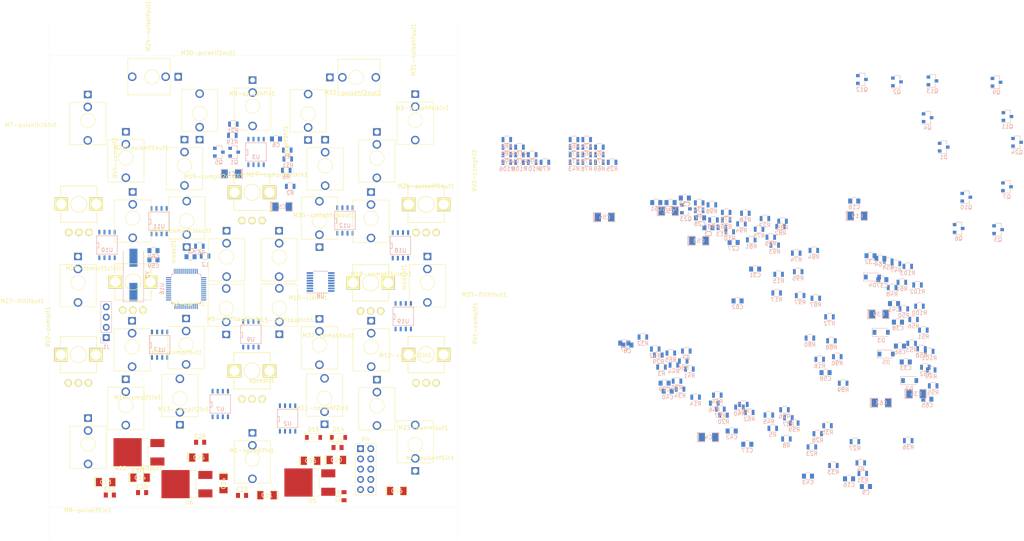
<source format=kicad_pcb>
(kicad_pcb (version 20171130) (host pcbnew "(6.0.0-rc1-dev-209-g91e3d21d6)")
  (title_block (date "15 jun 2016"))
  (layers (0 Front signal) (31 Back signal) (34 B.Paste user) (35 F.Paste user) (36 B.SilkS user) (37 F.SilkS user) (38 B.Mask user) (39 F.Mask user) (44 Edge.Cuts user))
  (net 0 "")
  (net 1 +12V)
  (net 2 GND)
  (net 3 /Sheet5AD5ACBA/RESET)
  (net 4 +3V3)
  (net 5 "Net-(C4-Pad2)")
  (net 6 "Net-(C4-Pad1)")
  (net 7 "Net-(C5-Pad1)")
  (net 8 "Net-(C5-Pad2)")
  (net 9 "Net-(C6-Pad2)")
  (net 10 "Net-(C6-Pad1)")
  (net 11 "Net-(C7-Pad2)")
  (net 12 "Net-(C8-Pad2)")
  (net 13 "Net-(C8-Pad1)")
  (net 14 -12VA)
  (net 15 +10V)
  (net 16 NOISEHF_OUT)
  (net 17 "Net-(C16-Pad1)")
  (net 18 +5V)
  (net 19 "Net-(C27-Pad2)")
  (net 20 /Sheet5AD5ACBA/speedlf)
  (net 21 AREF-10)
  (net 22 /Sheet5B6C330B/7490_IN_LOW)
  (net 23 "Net-(C35-Pad1)")
  (net 24 "Net-(C37-Pad2)")
  (net 25 "Net-(C38-Pad2)")
  (net 26 /Sheet5B6C330B/7400_LP)
  (net 27 "Net-(C39-Pad2)")
  (net 28 DIFFAUDOUT)
  (net 29 "Net-(C40-Pad2)")
  (net 30 "Net-(C41-Pad2)")
  (net 31 "Net-(C41-Pad1)")
  (net 32 "Net-(C55-Pad1)")
  (net 33 "Net-(C56-Pad2)")
  (net 34 /Sheet5AD5ACBA/speedhf)
  (net 35 "Net-(C58-Pad2)")
  (net 36 "Net-(C59-Pad2)")
  (net 37 "Net-(C60-Pad2)")
  (net 38 "Net-(C61-Pad2)")
  (net 39 /Sheet5AD5ACBA/modehf)
  (net 40 "Net-(C62-Pad2)")
  (net 41 /Sheet5AD5ACBA/modelf)
  (net 42 "Net-(C63-Pad2)")
  (net 43 /Sheet5B6C330B/7490_BP)
  (net 44 "Net-(C64-Pad1)")
  (net 45 "Net-(C64-Pad2)")
  (net 46 CLK_INH)
  (net 47 CLK_INL)
  (net 48 /Sheet5AD5ACBA/SWCLK)
  (net 49 /Sheet5AD5ACBA/SWDIO)
  (net 50 "Net-(L2-Pad2)")
  (net 51 "Net-(R96-Pad2)")
  (net 52 "Net-(R97-Pad2)")
  (net 53 "Net-(Q1-Pad3)")
  (net 54 PULSELF1_OUT)
  (net 55 "Net-(Q2-Pad1)")
  (net 56 "Net-(Q3-Pad3)")
  (net 57 "Net-(Q3-Pad1)")
  (net 58 /Sheet5AD5ACBA/pulself1_in)
  (net 59 "Net-(Q4-Pad1)")
  (net 60 PULSELF2_OUT)
  (net 61 "Net-(Q7-Pad1)")
  (net 62 /Sheet5AD5ACBA/pulselfclk_in)
  (net 63 "Net-(Q9-Pad1)")
  (net 64 "Net-(Q10-Pad1)")
  (net 65 PULSEHF1_OUT)
  (net 66 /Sheet5AD5ACBA/pulsehf1_in)
  (net 67 "Net-(Q11-Pad1)")
  (net 68 PULSEHF2_OUT)
  (net 69 "Net-(Q12-Pad1)")
  (net 70 "Net-(Q13-Pad1)")
  (net 71 /Sheet5AD5ACBA/pulsehfclk_in)
  (net 72 "Net-(Q23-Pad1)")
  (net 73 PWMLF_OUT)
  (net 74 PWMHF_OUT)
  (net 75 "Net-(Q24-Pad1)")
  (net 76 "Net-(R12-Pad2)")
  (net 77 "Net-(R7-Pad1)")
  (net 78 /Sheet5AD5ACBA/pulself1_out)
  (net 79 "Net-(R12-Pad1)")
  (net 80 /Sheet5AD5ACBA/pwmlf_out)
  (net 81 /Sheet5AD5ACBA/pwmhf_out)
  (net 82 PULSELF1_IN)
  (net 83 "Net-(R20-Pad1)")
  (net 84 COMPHF2_IN)
  (net 85 NOISELF_OUT)
  (net 86 "Net-(R23-Pad1)")
  (net 87 COMPLF2_IN)
  (net 88 COMPLF1_IN)
  (net 89 COMPHF1_IN)
  (net 90 "Net-(R26-Pad1)")
  (net 91 "Net-(R28-Pad2)")
  (net 92 "Net-(R29-Pad1)")
  (net 93 "Net-(R30-Pad2)")
  (net 94 "Net-(R32-Pad1)")
  (net 95 DIFFFILAUD_INL)
  (net 96 "Net-(R33-Pad1)")
  (net 97 DIFFFILAUD_INH)
  (net 98 "Net-(R35-Pad1)")
  (net 99 "Net-(R36-Pad2)")
  (net 100 "Net-(R37-Pad1)")
  (net 101 SPEEDLF_IN)
  (net 102 "Net-(R40-Pad2)")
  (net 103 "Net-(R42-Pad1)")
  (net 104 COMPHF2_CLK_IN)
  (net 105 COMPHF1_CLK_IN)
  (net 106 "Net-(R44-Pad1)")
  (net 107 "Net-(R45-Pad2)")
  (net 108 "Net-(R46-Pad1)")
  (net 109 "Net-(R47-Pad1)")
  (net 110 "Net-(R49-Pad1)")
  (net 111 "Net-(R49-Pad2)")
  (net 112 "Net-(R50-Pad2)")
  (net 113 "Net-(R51-Pad2)")
  (net 114 "Net-(R53-Pad1)")
  (net 115 "Net-(R55-Pad1)")
  (net 116 "Net-(R56-Pad1)")
  (net 117 "Net-(R57-Pad2)")
  (net 118 "Net-(R59-Pad1)")
  (net 119 COMPLF2_CLK_IN)
  (net 120 COMPLF1_CLK_IN)
  (net 121 "Net-(R62-Pad1)")
  (net 122 "Net-(R64-Pad2)")
  (net 123 "Net-(R65-Pad1)")
  (net 124 "Net-(R66-Pad2)")
  (net 125 /Sheet5AD5ACBA/pulself2_out)
  (net 126 PULSELFCLK_IN)
  (net 127 /Sheet5AD5ACBA/pulsehf1_out)
  (net 128 PULSEHF1_IN)
  (net 129 "Net-(R85-Pad2)")
  (net 130 /Sheet5AD5ACBA/pulsehf2_out)
  (net 131 PULSEHFCLK_IN)
  (net 132 SPEEDHF_IN)
  (net 133 "Net-(R94-Pad2)")
  (net 134 FILTLF_OUT)
  (net 135 FILTHF_OUT)
  (net 136 COMPLF_OUT)
  (net 137 COMPLFCLK_OUT)
  (net 138 COMPHFCLK_OUT)
  (net 139 COMPHF_OUT)
  (net 140 "Net-(U16-Pad14)")
  (net 141 "Net-(U16-Pad15)")
  (net 142 "Net-(U16-Pad16)")
  (net 143 "Net-(U16-Pad17)")
  (net 144 "Net-(U16-Pad18)")
  (net 145 "Net-(U16-Pad19)")
  (net 146 "Net-(U16-Pad20)")
  (net 147 "Net-(U16-Pad28)")
  (net 148 "Net-(U16-Pad30)")
  (net 149 "Net-(U16-Pad31)")
  (net 150 "Net-(U16-Pad32)")
  (net 151 "Net-(U16-Pad33)")
  (net 152 "Net-(U16-Pad38)")
  (net 153 "Net-(U16-Pad39)")
  (net 154 "Net-(M9-speedhfin1-Pad2)")
  (net 155 "Net-(M25-pulself1out1-Pad2)")
  (net 156 "Net-(M23-pwmhfout1-Pad2)")
  (net 157 "Net-(M22-pwmlfout1-Pad2)")
  (net 158 "Net-(M19-complf2clkin1-Pad2)")
  (net 159 "Net-(M13-complf2in1-Pad2)")
  (net 160 "Net-(M11-comphf2in1-Pad2)")
  (net 161 "Net-(M17-comphf2clkin1-Pad2)")
  (net 162 "Net-(M34-complfclkout1-Pad2)")
  (net 163 "Net-(M1-speedlfin1-Pad2)")
  (net 164 "Net-(M27-filtlfout1-Pad2)")
  (net 165 "Net-(M26-pulsehf1out1-Pad2)")
  (net 166 "Net-(M37-comphfout1-Pad2)")
  (net 167 "Net-(M36-complfout1-Pad2)")
  (net 168 "Net-(M35-comphfclkout1-Pad2)")
  (net 169 "Net-(M32-pulsehf2out1-Pad2)")
  (net 170 "Net-(M30-pulself2out1-Pad2)")
  (net 171 "Net-(M33-filthfout1-Pad2)")
  (net 172 "Net-(U16-Pad4)")
  (net 173 "Net-(U16-Pad21)")
  (net 174 "Net-(U16-Pad22)")
  (net 175 "Net-(U16-Pad25)")
  (net 176 "Net-(U16-Pad46)")
  (net 177 "Net-(Q2-Pad3)")
  (net 178 "Net-(Q7-Pad3)")
  (net 179 "Net-(Q23-Pad3)")
  (net 180 "Net-(Q10-Pad3)")
  (net 181 "Net-(Q12-Pad3)")
  (net 182 "Net-(Q24-Pad3)")
  (net 183 "Net-(R76-Pad1)")
  (net 184 "Net-(R24-Pad1)")
  (net 185 "Net-(R43-Pad1)")
  (net 186 "Net-(R68-Pad1)")
  (net 187 "Net-(R78-Pad1)")
  (net 188 "Net-(M24-noiselfout1-Pad2)")
  (net 189 "Net-(M31-noisehfout1-Pad2)")
  (net 190 "Net-(C19-Pad1)")
  (net 191 "Net-(C18-Pad2)")
  (net 192 "Net-(M8-pulself1in1-Pad2)")
  (net 193 "Net-(M4-pulsehf1in1-Pad2)")
  (module new_kicad:Potentiometer_Alps-RK09 (layer Front) (at 99.525 103.175 90)
    (fp_text reference modelf1 (at 7.5 10.1 270) (layer F.SilkS))
    (fp_text value 10K)
    (pad 5 thru_hole rect (at 0 4.35) (size 3.3 3.3) (drill 2.5) (layers *.Cu *.Mask F.SilkS))
    (pad 4 thru_hole rect (at 0 -4.35) (size 3.3 3.3) (drill 2.5) (layers *.Cu *.Mask F.SilkS))
    (pad 3 thru_hole circle (at -7 2.5) (size 1.8 1.8) (drill 1) (layers *.Cu *.Mask F.SilkS) (net 2 GND))
    (pad 2 thru_hole circle (at -7 0) (size 1.8 1.8) (drill 1) (layers *.Cu *.Mask F.SilkS) (net 52 "Net-(R97-Pad2)"))
    (pad 1 thru_hole circle (at -7 -2.5) (size 1.8 1.8) (drill 1) (layers *.Cu *.Mask F.SilkS) (net 21 AREF-10))
  )
  (module Connector_Audio:Jack_3.5mm_QingPu_WQP-PJ398SM_Vertical_CircularHoles (layer Front) (at 154.85 52.375 90)
    (fp_text reference M31-noisehfout1 (at 6.9 14.3 270) (layer F.SilkS))
    (fp_text value AUDIO-JACKERTHENVAR)
    (pad 3 thru_hole circle (at 0 4.95 270) (size 2.13 2.13) (drill 1.43) (layers *.Cu *.Mask) (net 16 NOISEHF_OUT))
    (pad 1 thru_hole rect (at 0 -6.45 270) (size 1.93 1.83) (drill 1.22) (layers *.Cu *.Mask) (net 2 GND))
    (pad 2 thru_hole circle (at 0 -3.35 270) (size 2.13 2.13) (drill 1.42) (layers *.Cu *.Mask) (net 189 "Net-(M31-noisehfout1-Pad2)"))
  )
  (module new_kicad:Potentiometer_Alps-RK09 (layer Front) (at 158.5 103.425 90)
    (fp_text reference modehf1 (at 1.4 8.3 270) (layer F.SilkS))
    (fp_text value 10K)
    (pad 5 thru_hole rect (at 0 4.35) (size 3.3 3.3) (drill 2.5) (layers *.Cu *.Mask F.SilkS))
    (pad 4 thru_hole rect (at 0 -4.35) (size 3.3 3.3) (drill 2.5) (layers *.Cu *.Mask F.SilkS))
    (pad 3 thru_hole circle (at -7 2.5) (size 1.8 1.8) (drill 1) (layers *.Cu *.Mask F.SilkS) (net 2 GND))
    (pad 2 thru_hole circle (at -7 0) (size 1.8 1.8) (drill 1) (layers *.Cu *.Mask F.SilkS) (net 51 "Net-(R96-Pad2)"))
    (pad 1 thru_hole circle (at -7 -2.5) (size 1.8 1.8) (drill 1) (layers *.Cu *.Mask F.SilkS) (net 21 AREF-10))
  )
  (module new_kicad:Potentiometer_Alps-RK09 (layer Front) (at 172.275 121.25 90)
    (fp_text reference RV1-comphf1 (at 7.8 12.2 270) (layer F.SilkS))
    (fp_text value 10K)
    (pad 5 thru_hole rect (at 0 4.35) (size 3.3 3.3) (drill 2.5) (layers *.Cu *.Mask F.SilkS))
    (pad 4 thru_hole rect (at 0 -4.35) (size 3.3 3.3) (drill 2.5) (layers *.Cu *.Mask F.SilkS))
    (pad 3 thru_hole circle (at -7 2.5) (size 1.8 1.8) (drill 1) (layers *.Cu *.Mask F.SilkS) (net 93 "Net-(R30-Pad2)"))
    (pad 2 thru_hole circle (at -7 0) (size 1.8 1.8) (drill 1) (layers *.Cu *.Mask F.SilkS) (net 92 "Net-(R29-Pad1)"))
    (pad 1 thru_hole circle (at -7 -2.5) (size 1.8 1.8) (drill 1) (layers *.Cu *.Mask F.SilkS) (net 91 "Net-(R28-Pad2)"))
  )
  (module new_kicad:Potentiometer_Alps-RK09 (layer Front) (at 86 121.25 90)
    (fp_text reference RV2-complf1 (at 6.9 -7.55 270) (layer F.SilkS))
    (fp_text value 10K)
    (pad 5 thru_hole rect (at 0 4.35) (size 3.3 3.3) (drill 2.5) (layers *.Cu *.Mask F.SilkS))
    (pad 4 thru_hole rect (at 0 -4.35) (size 3.3 3.3) (drill 2.5) (layers *.Cu *.Mask F.SilkS))
    (pad 3 thru_hole circle (at -7 2.5) (size 1.8 1.8) (drill 1) (layers *.Cu *.Mask F.SilkS) (net 102 "Net-(R40-Pad2)"))
    (pad 2 thru_hole circle (at -7 0) (size 1.8 1.8) (drill 1) (layers *.Cu *.Mask F.SilkS) (net 100 "Net-(R37-Pad1)"))
    (pad 1 thru_hole circle (at -7 -2.5) (size 1.8 1.8) (drill 1) (layers *.Cu *.Mask F.SilkS) (net 99 "Net-(R36-Pad2)"))
  )
  (module new_kicad:Potentiometer_Alps-RK09 (layer Front) (at 172.275 83.925 90)
    (fp_text reference RV3-comphf2 (at 8.4 12 270) (layer F.SilkS))
    (fp_text value 10K)
    (pad 5 thru_hole rect (at 0 4.35) (size 3.3 3.3) (drill 2.5) (layers *.Cu *.Mask F.SilkS))
    (pad 4 thru_hole rect (at 0 -4.35) (size 3.3 3.3) (drill 2.5) (layers *.Cu *.Mask F.SilkS))
    (pad 3 thru_hole circle (at -7 2.5) (size 1.8 1.8) (drill 1) (layers *.Cu *.Mask F.SilkS) (net 117 "Net-(R57-Pad2)"))
    (pad 2 thru_hole circle (at -7 0) (size 1.8 1.8) (drill 1) (layers *.Cu *.Mask F.SilkS) (net 108 "Net-(R46-Pad1)"))
    (pad 1 thru_hole circle (at -7 -2.5) (size 1.8 1.8) (drill 1) (layers *.Cu *.Mask F.SilkS) (net 107 "Net-(R45-Pad2)"))
  )
  (module new_kicad:Potentiometer_Alps-RK09 (layer Front) (at 86.1 83.875 90)
    (fp_text reference RV4-complf2 (at 11.5 9 270) (layer F.SilkS))
    (fp_text value 10K)
    (pad 5 thru_hole rect (at 0 4.35) (size 3.3 3.3) (drill 2.5) (layers *.Cu *.Mask F.SilkS))
    (pad 4 thru_hole rect (at 0 -4.35) (size 3.3 3.3) (drill 2.5) (layers *.Cu *.Mask F.SilkS))
    (pad 3 thru_hole circle (at -7 2.5) (size 1.8 1.8) (drill 1) (layers *.Cu *.Mask F.SilkS) (net 124 "Net-(R66-Pad2)"))
    (pad 2 thru_hole circle (at -7 0) (size 1.8 1.8) (drill 1) (layers *.Cu *.Mask F.SilkS) (net 123 "Net-(R65-Pad1)"))
    (pad 1 thru_hole circle (at -7 -2.5) (size 1.8 1.8) (drill 1) (layers *.Cu *.Mask F.SilkS) (net 122 "Net-(R64-Pad2)"))
  )
  (module new_kicad:Potentiometer_Alps-RK09 (layer Front) (at 129.075 80.925 90)
    (fp_text reference speedhf1 (at 13.2 8.3 270) (layer F.SilkS))
    (fp_text value 10K)
    (pad 5 thru_hole rect (at 0 4.35) (size 3.3 3.3) (drill 2.5) (layers *.Cu *.Mask F.SilkS))
    (pad 4 thru_hole rect (at 0 -4.35) (size 3.3 3.3) (drill 2.5) (layers *.Cu *.Mask F.SilkS))
    (pad 3 thru_hole circle (at -7 2.5) (size 1.8 1.8) (drill 1) (layers *.Cu *.Mask F.SilkS) (net 2 GND))
    (pad 2 thru_hole circle (at -7 0) (size 1.8 1.8) (drill 1) (layers *.Cu *.Mask F.SilkS) (net 133 "Net-(R94-Pad2)"))
    (pad 1 thru_hole circle (at -7 -2.5) (size 1.8 1.8) (drill 1) (layers *.Cu *.Mask F.SilkS) (net 21 AREF-10))
  )
  (module new_kicad:Potentiometer_Alps-RK09 (layer Front) (at 129.075 125.275 90)
    (fp_text reference speedlf1 (at -2.4 2.5) (layer F.SilkS))
    (fp_text value 10K)
    (pad 5 thru_hole rect (at 0 4.35) (size 3.3 3.3) (drill 2.5) (layers *.Cu *.Mask F.SilkS))
    (pad 4 thru_hole rect (at 0 -4.35) (size 3.3 3.3) (drill 2.5) (layers *.Cu *.Mask F.SilkS))
    (pad 3 thru_hole circle (at -7 2.5) (size 1.8 1.8) (drill 1) (layers *.Cu *.Mask F.SilkS) (net 2 GND))
    (pad 2 thru_hole circle (at -7 0) (size 1.8 1.8) (drill 1) (layers *.Cu *.Mask F.SilkS) (net 129 "Net-(R85-Pad2)"))
    (pad 1 thru_hole circle (at -7 -2.5) (size 1.8 1.8) (drill 1) (layers *.Cu *.Mask F.SilkS) (net 21 AREF-10))
  )
  (module Connector_Audio:Jack_3.5mm_QingPu_WQP-PJ398SM_Vertical_CircularHoles (layer Front) (at 172.6 103.325)
    (fp_text reference M33-filthfout1 (at 14.1 3 180) (layer F.SilkS))
    (fp_text value AUDIO-JACKERTHENVAR)
    (pad 3 thru_hole circle (at 0 4.95 180) (size 2.13 2.13) (drill 1.43) (layers *.Cu *.Mask) (net 135 FILTHF_OUT))
    (pad 1 thru_hole rect (at 0 -6.45 180) (size 1.93 1.83) (drill 1.22) (layers *.Cu *.Mask) (net 2 GND))
    (pad 2 thru_hole circle (at 0 -3.35 180) (size 2.13 2.13) (drill 1.42) (layers *.Cu *.Mask) (net 171 "Net-(M33-filthfout1-Pad2)"))
  )
  (module Connector_Audio:Jack_3.5mm_QingPu_WQP-PJ398SM_Vertical_CircularHoles (layer Front) (at 169.575 63)
    (fp_text reference M3-pulsehfclkin1 (at 1.8 -3 180) (layer F.SilkS))
    (fp_text value AUDIO-JACKERTHENVAR)
    (pad 3 thru_hole circle (at 0 4.95 180) (size 2.13 2.13) (drill 1.43) (layers *.Cu *.Mask) (net 131 PULSEHFCLK_IN))
    (pad 1 thru_hole rect (at 0 -6.45 180) (size 1.93 1.83) (drill 1.22) (layers *.Cu *.Mask) (net 2 GND))
    (pad 2 thru_hole circle (at 0 -3.35 180) (size 2.13 2.13) (drill 1.42) (layers *.Cu *.Mask) (net 139 COMPHF_OUT))
  )
  (module Connector_Audio:Jack_3.5mm_QingPu_WQP-PJ398SM_Vertical_CircularHoles (layer Front) (at 116.075 61.375 180)
    (fp_text reference M30-pulself2out1 (at -2.2 15.1) (layer F.SilkS))
    (fp_text value AUDIO-JACKERTHENVAR)
    (pad 3 thru_hole circle (at 0 4.95) (size 2.13 2.13) (drill 1.43) (layers *.Cu *.Mask) (net 60 PULSELF2_OUT))
    (pad 1 thru_hole rect (at 0 -6.45) (size 1.93 1.83) (drill 1.22) (layers *.Cu *.Mask) (net 2 GND))
    (pad 2 thru_hole circle (at 0 -3.35) (size 2.13 2.13) (drill 1.42) (layers *.Cu *.Mask) (net 170 "Net-(M30-pulself2out1-Pad2)"))
  )
  (module Connector_Audio:Jack_3.5mm_QingPu_WQP-PJ398SM_Vertical_CircularHoles (layer Front) (at 99.475 87.275)
    (fp_text reference M20-complf1clkin1 (at -9.2 12.5 180) (layer F.SilkS))
    (fp_text value AUDIO-JACKERTHENVAR)
    (pad 3 thru_hole circle (at 0 4.95 180) (size 2.13 2.13) (drill 1.43) (layers *.Cu *.Mask) (net 120 COMPLF1_CLK_IN))
    (pad 1 thru_hole rect (at 0 -6.45 180) (size 1.93 1.83) (drill 1.22) (layers *.Cu *.Mask) (net 2 GND))
    (pad 2 thru_hole circle (at 0 -3.35 180) (size 2.13 2.13) (drill 1.42) (layers *.Cu *.Mask) (net 73 PWMLF_OUT))
  )
  (module Connector_Audio:Jack_3.5mm_QingPu_WQP-PJ398SM_Vertical_CircularHoles (layer Front) (at 143 61.475 180)
    (fp_text reference M32-pulsehf2out1 (at -11 5.3) (layer F.SilkS))
    (fp_text value AUDIO-JACKERTHENVAR)
    (pad 3 thru_hole circle (at 0 4.95) (size 2.13 2.13) (drill 1.43) (layers *.Cu *.Mask) (net 68 PULSEHF2_OUT))
    (pad 1 thru_hole rect (at 0 -6.45) (size 1.93 1.83) (drill 1.22) (layers *.Cu *.Mask) (net 2 GND))
    (pad 2 thru_hole circle (at 0 -3.35) (size 2.13 2.13) (drill 1.42) (layers *.Cu *.Mask) (net 169 "Net-(M32-pulsehf2out1-Pad2)"))
  )
  (module Connector_Audio:Jack_3.5mm_QingPu_WQP-PJ398SM_Vertical_CircularHoles (layer Front) (at 145.8 88.1 180)
    (fp_text reference M35-comphfclkout1 (at -1.1 1.5) (layer F.SilkS))
    (fp_text value AUDIO-JACKERTHENVAR)
    (pad 3 thru_hole circle (at 0 4.95) (size 2.13 2.13) (drill 1.43) (layers *.Cu *.Mask) (net 138 COMPHFCLK_OUT))
    (pad 1 thru_hole rect (at 0 -6.45) (size 1.93 1.83) (drill 1.22) (layers *.Cu *.Mask) (net 2 GND))
    (pad 2 thru_hole circle (at 0 -3.35) (size 2.13 2.13) (drill 1.42) (layers *.Cu *.Mask) (net 168 "Net-(M35-comphfclkout1-Pad2)"))
  )
  (module Connector_Audio:Jack_3.5mm_QingPu_WQP-PJ398SM_Vertical_CircularHoles (layer Front) (at 112.725 118.725)
    (fp_text reference M36-complfout1 (at -2.3 1.9 180) (layer F.SilkS))
    (fp_text value AUDIO-JACKERTHENVAR)
    (pad 3 thru_hole circle (at 0 4.95 180) (size 2.13 2.13) (drill 1.43) (layers *.Cu *.Mask) (net 136 COMPLF_OUT))
    (pad 1 thru_hole rect (at 0 -6.45 180) (size 1.93 1.83) (drill 1.22) (layers *.Cu *.Mask) (net 2 GND))
    (pad 2 thru_hole circle (at 0 -3.35 180) (size 2.13 2.13) (drill 1.42) (layers *.Cu *.Mask) (net 167 "Net-(M36-complfout1-Pad2)"))
  )
  (module Connector_Audio:Jack_3.5mm_QingPu_WQP-PJ398SM_Vertical_CircularHoles (layer Front) (at 145.8 118.8)
    (fp_text reference M37-comphfout1 (at 2.3 -2.3 180) (layer F.SilkS))
    (fp_text value AUDIO-JACKERTHENVAR)
    (pad 3 thru_hole circle (at 0 4.95 180) (size 2.13 2.13) (drill 1.43) (layers *.Cu *.Mask) (net 139 COMPHF_OUT))
    (pad 1 thru_hole rect (at 0 -6.45 180) (size 1.93 1.83) (drill 1.22) (layers *.Cu *.Mask) (net 2 GND))
    (pad 2 thru_hole circle (at 0 -3.35 180) (size 2.13 2.13) (drill 1.42) (layers *.Cu *.Mask) (net 166 "Net-(M37-comphfout1-Pad2)"))
  )
  (module Connector_Audio:Jack_3.5mm_QingPu_WQP-PJ398SM_Vertical_CircularHoles (layer Front) (at 122.675 109.775 180)
    (fp_text reference M5-difffilaudinl1 (at -1.7 -2.6) (layer F.SilkS))
    (fp_text value AUDIO-JACKERTHENVAR)
    (pad 3 thru_hole circle (at 0 4.95) (size 2.13 2.13) (drill 1.43) (layers *.Cu *.Mask) (net 95 DIFFFILAUD_INL))
    (pad 1 thru_hole rect (at 0 -6.45) (size 1.93 1.83) (drill 1.22) (layers *.Cu *.Mask) (net 2 GND))
    (pad 2 thru_hole circle (at 0 -3.35) (size 2.13 2.13) (drill 1.42) (layers *.Cu *.Mask) (net 136 COMPLF_OUT))
  )
  (module Connector_Audio:Jack_3.5mm_QingPu_WQP-PJ398SM_Vertical_CircularHoles (layer Front) (at 88.325 63.075)
    (fp_text reference M7-pulselfclkin1 (at -14.1 1.1 180) (layer F.SilkS))
    (fp_text value AUDIO-JACKERTHENVAR)
    (pad 3 thru_hole circle (at 0 4.95 180) (size 2.13 2.13) (drill 1.43) (layers *.Cu *.Mask) (net 126 PULSELFCLK_IN))
    (pad 1 thru_hole rect (at 0 -6.45 180) (size 1.93 1.83) (drill 1.22) (layers *.Cu *.Mask) (net 2 GND))
    (pad 2 thru_hole circle (at 0 -3.35 180) (size 2.13 2.13) (drill 1.42) (layers *.Cu *.Mask) (net 136 COMPLF_OUT))
  )
  (module Connector_Audio:Jack_3.5mm_QingPu_WQP-PJ398SM_Vertical_CircularHoles (layer Front) (at 160.05 72.375)
    (fp_text reference M26-pulsehf1out1 (at 12.2 7 180) (layer F.SilkS))
    (fp_text value AUDIO-JACKERTHENVAR)
    (pad 3 thru_hole circle (at 0 4.95 180) (size 2.13 2.13) (drill 1.43) (layers *.Cu *.Mask) (net 65 PULSEHF1_OUT))
    (pad 1 thru_hole rect (at 0 -6.45 180) (size 1.93 1.83) (drill 1.22) (layers *.Cu *.Mask) (net 2 GND))
    (pad 2 thru_hole circle (at 0 -3.35 180) (size 2.13 2.13) (drill 1.42) (layers *.Cu *.Mask) (net 165 "Net-(M26-pulsehf1out1-Pad2)"))
  )
  (module Connector_Audio:Jack_3.5mm_QingPu_WQP-PJ398SM_Vertical_CircularHoles (layer Front) (at 85.9 103.325)
    (fp_text reference M27-filtlfout1 (at -13.8 4.6 180) (layer F.SilkS))
    (fp_text value AUDIO-JACKERTHENVAR)
    (pad 3 thru_hole circle (at 0 4.95 180) (size 2.13 2.13) (drill 1.43) (layers *.Cu *.Mask) (net 134 FILTLF_OUT))
    (pad 1 thru_hole rect (at 0 -6.45 180) (size 1.93 1.83) (drill 1.22) (layers *.Cu *.Mask) (net 2 GND))
    (pad 2 thru_hole circle (at 0 -3.35 180) (size 2.13 2.13) (drill 1.42) (layers *.Cu *.Mask) (net 164 "Net-(M27-filtlfout1-Pad2)"))
  )
  (module Connector_Audio:Jack_3.5mm_QingPu_WQP-PJ398SM_Vertical_CircularHoles (layer Front) (at 129.175 147.125)
    (fp_text reference M1-speedlfin1 (at -0.1 -2.1 180) (layer F.SilkS))
    (fp_text value AUDIO-JACKERTHENVAR)
    (pad 3 thru_hole circle (at 0 4.95 180) (size 2.13 2.13) (drill 1.43) (layers *.Cu *.Mask) (net 101 SPEEDLF_IN))
    (pad 1 thru_hole rect (at 0 -6.45 180) (size 1.93 1.83) (drill 1.22) (layers *.Cu *.Mask) (net 2 GND))
    (pad 2 thru_hole circle (at 0 -3.35 180) (size 2.13 2.13) (drill 1.42) (layers *.Cu *.Mask) (net 163 "Net-(M1-speedlfin1-Pad2)"))
  )
  (module Connector_Audio:Jack_3.5mm_QingPu_WQP-PJ398SM_Vertical_CircularHoles (layer Front) (at 112.875 88.075 180)
    (fp_text reference M34-complfclkout1 (at 1.2 -2.4) (layer F.SilkS))
    (fp_text value AUDIO-JACKERTHENVAR)
    (pad 3 thru_hole circle (at 0 4.95) (size 2.13 2.13) (drill 1.43) (layers *.Cu *.Mask) (net 137 COMPLFCLK_OUT))
    (pad 1 thru_hole rect (at 0 -6.45) (size 1.93 1.83) (drill 1.22) (layers *.Cu *.Mask) (net 2 GND))
    (pad 2 thru_hole circle (at 0 -3.35) (size 2.13 2.13) (drill 1.42) (layers *.Cu *.Mask) (net 162 "Net-(M34-complfclkout1-Pad2)"))
  )
  (module Connector_Audio:Jack_3.5mm_QingPu_WQP-PJ398SM_Vertical_CircularHoles (layer Front) (at 147.225 74.325)
    (fp_text reference M17-comphf2clkin1 (at -11.9 2.2 180) (layer F.SilkS))
    (fp_text value AUDIO-JACKERTHENVAR)
    (pad 3 thru_hole circle (at 0 4.95 180) (size 2.13 2.13) (drill 1.43) (layers *.Cu *.Mask) (net 104 COMPHF2_CLK_IN))
    (pad 1 thru_hole rect (at 0 -6.45 180) (size 1.93 1.83) (drill 1.22) (layers *.Cu *.Mask) (net 2 GND))
    (pad 2 thru_hole circle (at 0 -3.35 180) (size 2.13 2.13) (drill 1.42) (layers *.Cu *.Mask) (net 161 "Net-(M17-comphf2clkin1-Pad2)"))
  )
  (module Connector_Audio:Jack_3.5mm_QingPu_WQP-PJ398SM_Vertical_CircularHoles (layer Front) (at 135.8 96.925)
    (fp_text reference M10-clkinh1 (at 7.2 10.2 180) (layer F.SilkS))
    (fp_text value AUDIO-JACKERTHENVAR)
    (pad 3 thru_hole circle (at 0 4.95 180) (size 2.13 2.13) (drill 1.43) (layers *.Cu *.Mask) (net 46 CLK_INH))
    (pad 1 thru_hole rect (at 0 -6.45 180) (size 1.93 1.83) (drill 1.22) (layers *.Cu *.Mask) (net 2 GND))
    (pad 2 thru_hole circle (at 0 -3.35 180) (size 2.13 2.13) (drill 1.42) (layers *.Cu *.Mask) (net 138 COMPHFCLK_OUT))
  )
  (module Connector_Audio:Jack_3.5mm_QingPu_WQP-PJ398SM_Vertical_CircularHoles (layer Front) (at 147.075 132.075 180)
    (fp_text reference M11-comphf2in1 (at 0.5 -2.4) (layer F.SilkS))
    (fp_text value AUDIO-JACKERTHENVAR)
    (pad 3 thru_hole circle (at 0 4.95) (size 2.13 2.13) (drill 1.43) (layers *.Cu *.Mask) (net 84 COMPHF2_IN))
    (pad 1 thru_hole rect (at 0 -6.45) (size 1.93 1.83) (drill 1.22) (layers *.Cu *.Mask) (net 2 GND))
    (pad 2 thru_hole circle (at 0 -3.35) (size 2.13 2.13) (drill 1.42) (layers *.Cu *.Mask) (net 160 "Net-(M11-comphf2in1-Pad2)"))
  )
  (module Connector_Audio:Jack_3.5mm_QingPu_WQP-PJ398SM_Vertical_CircularHoles (layer Front) (at 158.65 119.275)
    (fp_text reference M12-comphf1in1 (at 8.5 2.1 180) (layer F.SilkS))
    (fp_text value AUDIO-JACKERTHENVAR)
    (pad 3 thru_hole circle (at 0 4.95 180) (size 2.13 2.13) (drill 1.43) (layers *.Cu *.Mask) (net 89 COMPHF1_IN))
    (pad 1 thru_hole rect (at 0 -6.45 180) (size 1.93 1.83) (drill 1.22) (layers *.Cu *.Mask) (net 2 GND))
    (pad 2 thru_hole circle (at 0 -3.35 180) (size 2.13 2.13) (drill 1.42) (layers *.Cu *.Mask) (net 16 NOISEHF_OUT))
  )
  (module Connector_Audio:Jack_3.5mm_QingPu_WQP-PJ398SM_Vertical_CircularHoles (layer Front) (at 111.175 132.2 180)
    (fp_text reference M13-complf2in1 (at -0.9 -2.6) (layer F.SilkS))
    (fp_text value AUDIO-JACKERTHENVAR)
    (pad 3 thru_hole circle (at 0 4.95) (size 2.13 2.13) (drill 1.43) (layers *.Cu *.Mask) (net 87 COMPLF2_IN))
    (pad 1 thru_hole rect (at 0 -6.45) (size 1.93 1.83) (drill 1.22) (layers *.Cu *.Mask) (net 2 GND))
    (pad 2 thru_hole circle (at 0 -3.35) (size 2.13 2.13) (drill 1.42) (layers *.Cu *.Mask) (net 159 "Net-(M13-complf2in1-Pad2)"))
  )
  (module Connector_Audio:Jack_3.5mm_QingPu_WQP-PJ398SM_Vertical_CircularHoles (layer Front) (at 169.575 143.65 180)
    (fp_text reference M4-pulsehf1in1 (at -3.7 -3.2) (layer F.SilkS))
    (fp_text value AUDIO-JACKERTHENVAR)
    (pad 3 thru_hole circle (at 0 4.95) (size 2.13 2.13) (drill 1.43) (layers *.Cu *.Mask) (net 128 PULSEHF1_IN))
    (pad 1 thru_hole rect (at 0 -6.45) (size 1.93 1.83) (drill 1.22) (layers *.Cu *.Mask) (net 2 GND))
    (pad 2 thru_hole circle (at 0 -3.35) (size 2.13 2.13) (drill 1.42) (layers *.Cu *.Mask) (net 193 "Net-(M4-pulsehf1in1-Pad2)"))
  )
  (module Connector_Audio:Jack_3.5mm_QingPu_WQP-PJ398SM_Vertical_CircularHoles (layer Front) (at 99.325 119.275)
    (fp_text reference M14-cmplf1in1 (at 1.4 12.6 180) (layer F.SilkS))
    (fp_text value AUDIO-JACKERTHENVAR)
    (pad 3 thru_hole circle (at 0 4.95 180) (size 2.13 2.13) (drill 1.43) (layers *.Cu *.Mask) (net 88 COMPLF1_IN))
    (pad 1 thru_hole rect (at 0 -6.45 180) (size 1.93 1.83) (drill 1.22) (layers *.Cu *.Mask) (net 2 GND))
    (pad 2 thru_hole circle (at 0 -3.35 180) (size 2.13 2.13) (drill 1.42) (layers *.Cu *.Mask) (net 85 NOISELF_OUT))
  )
  (module Connector_Audio:Jack_3.5mm_QingPu_WQP-PJ398SM_Vertical_CircularHoles (layer Front) (at 135.85 109.725 180)
    (fp_text reference M15-difffilaudinh1 (at -1.4 -2.9) (layer F.SilkS))
    (fp_text value AUDIO-JACKERTHENVAR)
    (pad 3 thru_hole circle (at 0 4.95) (size 2.13 2.13) (drill 1.43) (layers *.Cu *.Mask) (net 97 DIFFFILAUD_INH))
    (pad 1 thru_hole rect (at 0 -6.45) (size 1.93 1.83) (drill 1.22) (layers *.Cu *.Mask) (net 2 GND))
    (pad 2 thru_hole circle (at 0 -3.35) (size 2.13 2.13) (drill 1.42) (layers *.Cu *.Mask) (net 139 COMPHF_OUT))
  )
  (module Connector_Audio:Jack_3.5mm_QingPu_WQP-PJ398SM_Vertical_CircularHoles (layer Front) (at 88.4 143.45)
    (fp_text reference M8-pulself1in1 (at -0.1 16.4 180) (layer F.SilkS))
    (fp_text value AUDIO-JACKERTHENVAR)
    (pad 3 thru_hole circle (at 0 4.95 180) (size 2.13 2.13) (drill 1.43) (layers *.Cu *.Mask) (net 82 PULSELF1_IN))
    (pad 1 thru_hole rect (at 0 -6.45 180) (size 1.93 1.83) (drill 1.22) (layers *.Cu *.Mask) (net 2 GND))
    (pad 2 thru_hole circle (at 0 -3.35 180) (size 2.13 2.13) (drill 1.42) (layers *.Cu *.Mask) (net 192 "Net-(M8-pulself1in1-Pad2)"))
  )
  (module Connector_Audio:Jack_3.5mm_QingPu_WQP-PJ398SM_Vertical_CircularHoles (layer Front) (at 158.6 87.325)
    (fp_text reference M18-comphf1clkin1 (at 2.6 13.9 180) (layer F.SilkS))
    (fp_text value AUDIO-JACKERTHENVAR)
    (pad 3 thru_hole circle (at 0 4.95 180) (size 2.13 2.13) (drill 1.43) (layers *.Cu *.Mask) (net 105 COMPHF1_CLK_IN))
    (pad 1 thru_hole rect (at 0 -6.45 180) (size 1.93 1.83) (drill 1.22) (layers *.Cu *.Mask) (net 2 GND))
    (pad 2 thru_hole circle (at 0 -3.35 180) (size 2.13 2.13) (drill 1.42) (layers *.Cu *.Mask) (net 74 PWMHF_OUT))
  )
  (module Connector_Audio:Jack_3.5mm_QingPu_WQP-PJ398SM_Vertical_CircularHoles (layer Front) (at 112.325 74.275)
    (fp_text reference M19-complf2clkin1 (at 7.3 2.7 180) (layer F.SilkS))
    (fp_text value AUDIO-JACKERTHENVAR)
    (pad 3 thru_hole circle (at 0 4.95 180) (size 2.13 2.13) (drill 1.43) (layers *.Cu *.Mask) (net 119 COMPLF2_CLK_IN))
    (pad 1 thru_hole rect (at 0 -6.45 180) (size 1.93 1.83) (drill 1.22) (layers *.Cu *.Mask) (net 2 GND))
    (pad 2 thru_hole circle (at 0 -3.35 180) (size 2.13 2.13) (drill 1.42) (layers *.Cu *.Mask) (net 158 "Net-(M19-complf2clkin1-Pad2)"))
  )
  (module Connector_Audio:Jack_3.5mm_QingPu_WQP-PJ398SM_Vertical_CircularHoles (layer Front) (at 122.775 96.925)
    (fp_text reference M2-clkinl1 (at -9.6 11.7 180) (layer F.SilkS))
    (fp_text value AUDIO-JACKERTHENVAR)
    (pad 3 thru_hole circle (at 0 4.95 180) (size 2.13 2.13) (drill 1.43) (layers *.Cu *.Mask) (net 47 CLK_INL))
    (pad 1 thru_hole rect (at 0 -6.45 180) (size 1.93 1.83) (drill 1.22) (layers *.Cu *.Mask) (net 2 GND))
    (pad 2 thru_hole circle (at 0 -3.35 180) (size 2.13 2.13) (drill 1.42) (layers *.Cu *.Mask) (net 137 COMPLFCLK_OUT))
  )
  (module Connector_Audio:Jack_3.5mm_QingPu_WQP-PJ398SM_Vertical_CircularHoles (layer Front) (at 97.75 133.8)
    (fp_text reference M22-pwmlfout1 (at 3.2 15.7 180) (layer F.SilkS))
    (fp_text value AUDIO-JACKERTHENVAR)
    (pad 3 thru_hole circle (at 0 4.95 180) (size 2.13 2.13) (drill 1.43) (layers *.Cu *.Mask) (net 73 PWMLF_OUT))
    (pad 1 thru_hole rect (at 0 -6.45 180) (size 1.93 1.83) (drill 1.22) (layers *.Cu *.Mask) (net 2 GND))
    (pad 2 thru_hole circle (at 0 -3.35 180) (size 2.13 2.13) (drill 1.42) (layers *.Cu *.Mask) (net 157 "Net-(M22-pwmlfout1-Pad2)"))
  )
  (module Connector_Audio:Jack_3.5mm_QingPu_WQP-PJ398SM_Vertical_CircularHoles (layer Front) (at 160.075 133.9)
    (fp_text reference M23-pwmhfout1 (at 11.5 5.5 180) (layer F.SilkS))
    (fp_text value AUDIO-JACKERTHENVAR)
    (pad 3 thru_hole circle (at 0 4.95 180) (size 2.13 2.13) (drill 1.43) (layers *.Cu *.Mask) (net 74 PWMHF_OUT))
    (pad 1 thru_hole rect (at 0 -6.45 180) (size 1.93 1.83) (drill 1.22) (layers *.Cu *.Mask) (net 2 GND))
    (pad 2 thru_hole circle (at 0 -3.35 180) (size 2.13 2.13) (drill 1.42) (layers *.Cu *.Mask) (net 156 "Net-(M23-pwmhfout1-Pad2)"))
  )
  (module Connector_Audio:Jack_3.5mm_QingPu_WQP-PJ398SM_Vertical_CircularHoles (layer Front) (at 104.3 52.225 270)
    (fp_text reference M24-noiselfout1 (at -12.6 1 90) (layer F.SilkS))
    (fp_text value AUDIO-JACKERTHENVAR)
    (pad 3 thru_hole circle (at 0 4.95 90) (size 2.13 2.13) (drill 1.43) (layers *.Cu *.Mask) (net 85 NOISELF_OUT))
    (pad 1 thru_hole rect (at 0 -6.45 90) (size 1.93 1.83) (drill 1.22) (layers *.Cu *.Mask) (net 2 GND))
    (pad 2 thru_hole circle (at 0 -3.35 90) (size 2.13 2.13) (drill 1.42) (layers *.Cu *.Mask) (net 188 "Net-(M24-noiselfout1-Pad2)"))
  )
  (module Connector_Audio:Jack_3.5mm_QingPu_WQP-PJ398SM_Vertical_CircularHoles (layer Front) (at 97.775 72.35)
    (fp_text reference M25-pulself1out1 (at 3.8 -2.5 180) (layer F.SilkS))
    (fp_text value pulself1_out)
    (pad 3 thru_hole circle (at 0 4.95 180) (size 2.13 2.13) (drill 1.43) (layers *.Cu *.Mask) (net 54 PULSELF1_OUT))
    (pad 1 thru_hole rect (at 0 -6.45 180) (size 1.93 1.83) (drill 1.22) (layers *.Cu *.Mask) (net 2 GND))
    (pad 2 thru_hole circle (at 0 -3.35 180) (size 2.13 2.13) (drill 1.42) (layers *.Cu *.Mask) (net 155 "Net-(M25-pulself1out1-Pad2)"))
  )
  (module Connector_Audio:Jack_3.5mm_QingPu_WQP-PJ398SM_Vertical_CircularHoles (layer Front) (at 129.225 59.5)
    (fp_text reference M9-speedhfin1 (at -0.1 -3.1 180) (layer F.SilkS))
    (fp_text value AUDIO-JACKERTHENVAR)
    (pad 3 thru_hole circle (at 0 4.95 180) (size 2.13 2.13) (drill 1.43) (layers *.Cu *.Mask) (net 132 SPEEDHF_IN))
    (pad 1 thru_hole rect (at 0 -6.45 180) (size 1.93 1.83) (drill 1.22) (layers *.Cu *.Mask) (net 2 GND))
    (pad 2 thru_hole circle (at 0 -3.35 180) (size 2.13 2.13) (drill 1.42) (layers *.Cu *.Mask) (net 154 "Net-(M9-speedhfin1-Pad2)"))
  )
  (module Capacitors_SMD:C_0805 (layer Back) (at 278.5 83.1)
    (fp_text reference C18 (at 0 1.5) (layer B.SilkS) (effects (justify mirror)))
    (fp_text value 100N)
    (pad 2 smd rect (at 1 0) (size 1 1.25) (layers Back B.Paste B.Mask) (net 191 "Net-(C18-Pad2)"))
    (pad 1 smd rect (at -1 0) (size 1 1.25) (layers Back B.Paste B.Mask) (net 135 FILTHF_OUT))
  )
  (module SMD_Packages:SMD-1206_Pol (layer Back) (at 279.281961 86.793928)
    (fp_text reference C19 (at 0 0) (layer B.SilkS) (effects (justify mirror)))
    (fp_text value 1uF)
    (pad 2 smd rect (at 1.651 0) (size 1.524 2.032) (layers Back B.Paste B.Mask) (net 134 FILTLF_OUT))
    (pad 1 smd rect (at -1.651 0) (size 1.524 2.032) (layers Back B.Paste B.Mask) (net 190 "Net-(C19-Pad1)"))
  )
  (module Resistors_SMD:R_0805 (layer Back) (at 208.970002 71.595)
    (fp_text reference R70 (at 0 1.65) (layer B.SilkS) (effects (justify mirror)))
    (fp_text value 10K)
    (pad 2 smd rect (at 0.95 0) (size 0.7 1.3) (layers Back B.Paste B.Mask) (net 106 "Net-(R44-Pad1)"))
    (pad 1 smd rect (at -0.95 0) (size 0.7 1.3) (layers Back B.Paste B.Mask) (net 2 GND))
  )
  (module Resistors_SMD:R_0805 (layer Back) (at 201.750002 73.475)
    (fp_text reference R79 (at 0 1.65) (layer B.SilkS) (effects (justify mirror)))
    (fp_text value 33K)
    (pad 2 smd rect (at 0.95 0) (size 0.7 1.3) (layers Back B.Paste B.Mask) (net 59 "Net-(Q4-Pad1)"))
    (pad 1 smd rect (at -0.95 0) (size 0.7 1.3) (layers Back B.Paste B.Mask) (net 2 GND))
  )
  (module Resistors_SMD:R_0805 (layer Back) (at 212.120002 73.475)
    (fp_text reference R78 (at 0 1.65) (layer B.SilkS) (effects (justify mirror)))
    (fp_text value 1K)
    (pad 2 smd rect (at 0.95 0) (size 0.7 1.3) (layers Back B.Paste B.Mask) (net 137 COMPLFCLK_OUT))
    (pad 1 smd rect (at -0.95 0) (size 0.7 1.3) (layers Back B.Paste B.Mask) (net 187 "Net-(R78-Pad1)"))
  )
  (module Resistors_SMD:R_0805 (layer Back) (at 208.970002 69.715)
    (fp_text reference R77 (at 0 1.65) (layer B.SilkS) (effects (justify mirror)))
    (fp_text value 10K)
    (pad 2 smd rect (at 0.95 0) (size 0.7 1.3) (layers Back B.Paste B.Mask) (net 121 "Net-(R62-Pad1)"))
    (pad 1 smd rect (at -0.95 0) (size 0.7 1.3) (layers Back B.Paste B.Mask) (net 2 GND))
  )
  (module Resistors_SMD:R_0805 (layer Back) (at 212.120002 71.595)
    (fp_text reference R76 (at 0 1.65) (layer B.SilkS) (effects (justify mirror)))
    (fp_text value 1K)
    (pad 2 smd rect (at 0.95 0) (size 0.7 1.3) (layers Back B.Paste B.Mask) (net 138 COMPHFCLK_OUT))
    (pad 1 smd rect (at -0.95 0) (size 0.7 1.3) (layers Back B.Paste B.Mask) (net 183 "Net-(R76-Pad1)"))
  )
  (module Resistors_SMD:R_0805 (layer Back) (at 195.450002 69.715)
    (fp_text reference R105 (at 0 1.65) (layer B.SilkS) (effects (justify mirror)))
    (fp_text value 1K)
    (pad 2 smd rect (at 0.95 0) (size 0.7 1.3) (layers Back B.Paste B.Mask) (net 180 "Net-(Q10-Pad3)"))
    (pad 1 smd rect (at -0.95 0) (size 0.7 1.3) (layers Back B.Paste B.Mask) (net 65 PULSEHF1_OUT))
  )
  (module Resistors_SMD:R_0805 (layer Back) (at 215.270002 73.475)
    (fp_text reference R69 (at 0 1.65) (layer B.SilkS) (effects (justify mirror)))
    (fp_text value 10K)
    (pad 2 smd rect (at 0.95 0) (size 0.7 1.3) (layers Back B.Paste B.Mask) (net 15 +10V))
    (pad 1 smd rect (at -0.95 0) (size 0.7 1.3) (layers Back B.Paste B.Mask) (net 106 "Net-(R44-Pad1)"))
  )
  (module Resistors_SMD:R_0805 (layer Back) (at 208.970002 67.835)
    (fp_text reference R68 (at 0 1.65) (layer B.SilkS) (effects (justify mirror)))
    (fp_text value 1K)
    (pad 2 smd rect (at 0.95 0) (size 0.7 1.3) (layers Back B.Paste B.Mask) (net 136 COMPLF_OUT))
    (pad 1 smd rect (at -0.95 0) (size 0.7 1.3) (layers Back B.Paste B.Mask) (net 186 "Net-(R68-Pad1)"))
  )
  (module Resistors_SMD:R_0805 (layer Back) (at 212.120002 69.715)
    (fp_text reference R63 (at 0 1.65) (layer B.SilkS) (effects (justify mirror)))
    (fp_text value 10K)
    (pad 2 smd rect (at 0.95 0) (size 0.7 1.3) (layers Back B.Paste B.Mask) (net 90 "Net-(R26-Pad1)"))
    (pad 1 smd rect (at -0.95 0) (size 0.7 1.3) (layers Back B.Paste B.Mask) (net 2 GND))
  )
  (module Resistors_SMD:R_0805 (layer Back) (at 192.300002 69.715)
    (fp_text reference R83 (at 0 1.65) (layer B.SilkS) (effects (justify mirror)))
    (fp_text value 1K)
    (pad 2 smd rect (at 0.95 0) (size 0.7 1.3) (layers Back B.Paste B.Mask) (net 177 "Net-(Q2-Pad3)"))
    (pad 1 smd rect (at -0.95 0) (size 0.7 1.3) (layers Back B.Paste B.Mask) (net 54 PULSELF1_OUT))
  )
  (module Resistors_SMD:R_0805 (layer Back) (at 195.450002 73.475)
    (fp_text reference R108 (at 0 1.65) (layer B.SilkS) (effects (justify mirror)))
    (fp_text value 1K)
    (pad 2 smd rect (at 0.95 0) (size 0.7 1.3) (layers Back B.Paste B.Mask) (net 181 "Net-(Q12-Pad3)"))
    (pad 1 smd rect (at -0.95 0) (size 0.7 1.3) (layers Back B.Paste B.Mask) (net 68 PULSEHF2_OUT))
  )
  (module Resistors_SMD:R_0805 (layer Back) (at 215.270002 71.595)
    (fp_text reference R71 (at 0 1.65) (layer B.SilkS) (effects (justify mirror)))
    (fp_text value 10K)
    (pad 2 smd rect (at 0.95 0) (size 0.7 1.3) (layers Back B.Paste B.Mask) (net 15 +10V))
    (pad 1 smd rect (at -0.95 0) (size 0.7 1.3) (layers Back B.Paste B.Mask) (net 121 "Net-(R62-Pad1)"))
  )
  (module Resistors_SMD:R_0805 (layer Back) (at 192.300002 73.475)
    (fp_text reference R106 (at 0 1.65) (layer B.SilkS) (effects (justify mirror)))
    (fp_text value 1K)
    (pad 2 smd rect (at 0.95 0) (size 0.7 1.3) (layers Back B.Paste B.Mask) (net 182 "Net-(Q24-Pad3)"))
    (pad 1 smd rect (at -0.95 0) (size 0.7 1.3) (layers Back B.Paste B.Mask) (net 74 PWMHF_OUT))
  )
  (module Resistors_SMD:R_0805 (layer Back) (at 192.300002 71.595)
    (fp_text reference R91 (at 0 1.65) (layer B.SilkS) (effects (justify mirror)))
    (fp_text value 33K)
    (pad 2 smd rect (at 0.95 0) (size 0.7 1.3) (layers Back B.Paste B.Mask) (net 63 "Net-(Q9-Pad1)"))
    (pad 1 smd rect (at -0.95 0) (size 0.7 1.3) (layers Back B.Paste B.Mask) (net 2 GND))
  )
  (module Resistors_SMD:R_0805 (layer Back) (at 195.450002 71.595)
    (fp_text reference R104 (at 0 1.65) (layer B.SilkS) (effects (justify mirror)))
    (fp_text value 33K)
    (pad 2 smd rect (at 0.95 0) (size 0.7 1.3) (layers Back B.Paste B.Mask) (net 67 "Net-(Q11-Pad1)"))
    (pad 1 smd rect (at -0.95 0) (size 0.7 1.3) (layers Back B.Paste B.Mask) (net 2 GND))
  )
  (module Resistors_SMD:R_0805 (layer Back) (at 198.600002 73.475)
    (fp_text reference R107 (at 0 1.65) (layer B.SilkS) (effects (justify mirror)))
    (fp_text value 33K)
    (pad 2 smd rect (at 0.95 0) (size 0.7 1.3) (layers Back B.Paste B.Mask) (net 70 "Net-(Q13-Pad1)"))
    (pad 1 smd rect (at -0.95 0) (size 0.7 1.3) (layers Back B.Paste B.Mask) (net 2 GND))
  )
  (module Resistors_SMD:R_0805 (layer Back) (at 192.300002 67.835)
    (fp_text reference R86 (at 0 1.65) (layer B.SilkS) (effects (justify mirror)))
    (fp_text value 1K)
    (pad 2 smd rect (at 0.95 0) (size 0.7 1.3) (layers Back B.Paste B.Mask) (net 179 "Net-(Q23-Pad3)"))
    (pad 1 smd rect (at -0.95 0) (size 0.7 1.3) (layers Back B.Paste B.Mask) (net 73 PWMLF_OUT))
  )
  (module Resistors_SMD:R_0805 (layer Back) (at 198.600002 71.595)
    (fp_text reference R92 (at 0 1.65) (layer B.SilkS) (effects (justify mirror)))
    (fp_text value 1K)
    (pad 2 smd rect (at 0.95 0) (size 0.7 1.3) (layers Back B.Paste B.Mask) (net 178 "Net-(Q7-Pad3)"))
    (pad 1 smd rect (at -0.95 0) (size 0.7 1.3) (layers Back B.Paste B.Mask) (net 60 PULSELF2_OUT))
  )
  (module Resistors_SMD:R_0805 (layer Back) (at 218.420002 73.475)
    (fp_text reference R25 (at 0 1.65) (layer B.SilkS) (effects (justify mirror)))
    (fp_text value 10K)
    (pad 2 smd rect (at 0.95 0) (size 0.7 1.3) (layers Back B.Paste B.Mask) (net 184 "Net-(R24-Pad1)"))
    (pad 1 smd rect (at -0.95 0) (size 0.7 1.3) (layers Back B.Paste B.Mask) (net 2 GND))
  )
  (module Resistors_SMD:R_0805 (layer Back) (at 212.120002 67.835)
    (fp_text reference R24 (at 0 1.65) (layer B.SilkS) (effects (justify mirror)))
    (fp_text value 10K)
    (pad 2 smd rect (at 0.95 0) (size 0.7 1.3) (layers Back B.Paste B.Mask) (net 15 +10V))
    (pad 1 smd rect (at -0.95 0) (size 0.7 1.3) (layers Back B.Paste B.Mask) (net 184 "Net-(R24-Pad1)"))
  )
  (module Resistors_SMD:R_0805 (layer Back) (at 208.970002 73.475)
    (fp_text reference R43 (at 0 1.65) (layer B.SilkS) (effects (justify mirror)))
    (fp_text value 1K)
    (pad 2 smd rect (at 0.95 0) (size 0.7 1.3) (layers Back B.Paste B.Mask) (net 139 COMPHF_OUT))
    (pad 1 smd rect (at -0.95 0) (size 0.7 1.3) (layers Back B.Paste B.Mask) (net 185 "Net-(R43-Pad1)"))
  )
  (module Resistors_SMD:R_0805 (layer Back) (at 215.270002 69.715)
    (fp_text reference R60 (at 0 1.65) (layer B.SilkS) (effects (justify mirror)))
    (fp_text value 10K)
    (pad 2 smd rect (at 0.95 0) (size 0.7 1.3) (layers Back B.Paste B.Mask) (net 15 +10V))
    (pad 1 smd rect (at -0.95 0) (size 0.7 1.3) (layers Back B.Paste B.Mask) (net 90 "Net-(R26-Pad1)"))
  )
  (module SMD_Packages:SMD-1206_Pol (layer Back) (at 123.95 76.325 180)
    (fp_text reference C1 (at 0 0 180) (layer B.SilkS) (effects (justify mirror)))
    (fp_text value 47u)
    (pad 2 smd rect (at 1.651 0 180) (size 1.524 2.032) (layers Back B.Paste B.Mask) (net 2 GND))
    (pad 1 smd rect (at -1.651 0 180) (size 1.524 2.032) (layers Back B.Paste B.Mask) (net 1 +12V))
  )
  (module Capacitors_SMD:C_0805 (layer Back) (at 113.825 96.925 180)
    (fp_text reference C2 (at 0 1.5 180) (layer B.SilkS) (effects (justify mirror)))
    (fp_text value 100N)
    (pad 2 smd rect (at 1 0 180) (size 1 1.25) (layers Back B.Paste B.Mask) (net 3 /Sheet5AD5ACBA/RESET))
    (pad 1 smd rect (at -1 0 180) (size 1 1.25) (layers Back B.Paste B.Mask) (net 2 GND))
  )
  (module Capacitors_SMD:C_0805 (layer Back) (at 242.325001 89.709999)
    (fp_text reference C3 (at 0 1.5) (layer B.SilkS) (effects (justify mirror)))
    (fp_text value 100N)
    (pad 2 smd rect (at 1 0) (size 1 1.25) (layers Back B.Paste B.Mask) (net 4 +3V3))
    (pad 1 smd rect (at -1 0) (size 1 1.25) (layers Back B.Paste B.Mask) (net 2 GND))
  )
  (module SMD_Packages:SMD-1206_Pol (layer Back) (at 242.350713 141.753126)
    (fp_text reference C4 (at 0 0) (layer B.SilkS) (effects (justify mirror)))
    (fp_text value 47u)
    (pad 2 smd rect (at 1.651 0) (size 1.524 2.032) (layers Back B.Paste B.Mask) (net 5 "Net-(C4-Pad2)"))
    (pad 1 smd rect (at -1.651 0) (size 1.524 2.032) (layers Back B.Paste B.Mask) (net 6 "Net-(C4-Pad1)"))
  )
  (module SMD_Packages:SMD-1206_Pol (layer Back) (at 136.55 84.525)
    (fp_text reference C5 (at 0 0) (layer B.SilkS) (effects (justify mirror)))
    (fp_text value 10u)
    (pad 2 smd rect (at 1.651 0) (size 1.524 2.032) (layers Back B.Paste B.Mask) (net 8 "Net-(C5-Pad2)"))
    (pad 1 smd rect (at -1.651 0) (size 1.524 2.032) (layers Back B.Paste B.Mask) (net 7 "Net-(C5-Pad1)"))
  )
  (module Capacitors_SMD:C_0805 (layer Back) (at 135.025 67.675)
    (fp_text reference C6 (at 0 1.5) (layer B.SilkS) (effects (justify mirror)))
    (fp_text value 10p)
    (pad 2 smd rect (at 1 0) (size 1 1.25) (layers Back B.Paste B.Mask) (net 9 "Net-(C6-Pad2)"))
    (pad 1 smd rect (at -1 0) (size 1 1.25) (layers Back B.Paste B.Mask) (net 10 "Net-(C6-Pad1)"))
  )
  (module Capacitors_SMD:C_0805 (layer Back) (at 221.439761 118.363012)
    (fp_text reference C7 (at 0 1.5) (layer B.SilkS) (effects (justify mirror)))
    (fp_text value 100N)
    (pad 2 smd rect (at 1 0) (size 1 1.25) (layers Back B.Paste B.Mask) (net 11 "Net-(C7-Pad2)"))
    (pad 1 smd rect (at -1 0) (size 1 1.25) (layers Back B.Paste B.Mask) (net 2 GND))
  )
  (module Capacitors_SMD:C_0805 (layer Back) (at 222.209537 118.860674)
    (fp_text reference C8 (at 0 1.5) (layer B.SilkS) (effects (justify mirror)))
    (fp_text value 100N)
    (pad 2 smd rect (at 1 0) (size 1 1.25) (layers Back B.Paste B.Mask) (net 12 "Net-(C8-Pad2)"))
    (pad 1 smd rect (at -1 0) (size 1 1.25) (layers Back B.Paste B.Mask) (net 13 "Net-(C8-Pad1)"))
  )
  (module Capacitors_SMD:C_0805 (layer Back) (at 281.4 154)
    (fp_text reference C9 (at 0 1.5) (layer B.SilkS) (effects (justify mirror)))
    (fp_text value 100N)
    (pad 2 smd rect (at 1 0) (size 1 1.25) (layers Back B.Paste B.Mask) (net 1 +12V))
    (pad 1 smd rect (at -1 0) (size 1 1.25) (layers Back B.Paste B.Mask) (net 14 -12VA))
  )
  (module Capacitors_SMD:C_0805 (layer Front) (at 151.9 156.4 90)
    (fp_text reference C10 (at 0 -1.5 90) (layer F.SilkS))
    (fp_text value 100N)
    (pad 2 smd rect (at 1 0 90) (size 1 1.25) (layers Front F.Paste F.Mask) (net 1 +12V))
    (pad 1 smd rect (at -1 0 90) (size 1 1.25) (layers Front F.Paste F.Mask) (net 2 GND))
  )
  (module SMD_Packages:SMD-1206_Pol (layer Front) (at 132.8 156.151 180)
    (fp_text reference C11 (at 0 0 180) (layer F.SilkS))
    (fp_text value 10u)
    (pad 2 smd rect (at 1.651 0 180) (size 1.524 2.032) (layers Front F.Paste F.Mask) (net 2 GND))
    (pad 1 smd rect (at -1.651 0 180) (size 1.524 2.032) (layers Front F.Paste F.Mask) (net 1 +12V))
  )
  (module Capacitors_SMD:C_0805 (layer Front) (at 93.8 156.1)
    (fp_text reference C12 (at 0 -1.5) (layer F.SilkS))
    (fp_text value 100N)
    (pad 2 smd rect (at 1 0) (size 1 1.25) (layers Front F.Paste F.Mask) (net 18 +5V))
    (pad 1 smd rect (at -1 0) (size 1 1.25) (layers Front F.Paste F.Mask) (net 2 GND))
  )
  (module SMD_Packages:SMD-1206_Pol (layer Front) (at 92.749 152.9)
    (fp_text reference C13 (at 0 0) (layer F.SilkS))
    (fp_text value 10u)
    (pad 2 smd rect (at 1.651 0) (size 1.524 2.032) (layers Front F.Paste F.Mask) (net 2 GND))
    (pad 1 smd rect (at -1.651 0) (size 1.524 2.032) (layers Front F.Paste F.Mask) (net 18 +5V))
  )
  (module SMD_Packages:SMD-1206_Pol (layer Front) (at 101.3 151.8)
    (fp_text reference C14 (at 0 0) (layer F.SilkS))
    (fp_text value 10u)
    (pad 2 smd rect (at 1.651 0) (size 1.524 2.032) (layers Front F.Paste F.Mask) (net 2 GND))
    (pad 1 smd rect (at -1.651 0) (size 1.524 2.032) (layers Front F.Paste F.Mask) (net 4 +3V3))
  )
  (module Capacitors_SMD:C_0805 (layer Front) (at 101.8 155.5)
    (fp_text reference C15 (at 0 -1.5) (layer F.SilkS))
    (fp_text value 100N)
    (pad 2 smd rect (at 1 0) (size 1 1.25) (layers Front F.Paste F.Mask) (net 2 GND))
    (pad 1 smd rect (at -1 0) (size 1 1.25) (layers Front F.Paste F.Mask) (net 4 +3V3))
  )
  (module Capacitors_SMD:C_0805 (layer Back) (at 277.213425 152.080567)
    (fp_text reference C16 (at 0 1.5) (layer B.SilkS) (effects (justify mirror)))
    (fp_text value 100N)
    (pad 2 smd rect (at 1 0) (size 1 1.25) (layers Back B.Paste B.Mask) (net 16 NOISEHF_OUT))
    (pad 1 smd rect (at -1 0) (size 1 1.25) (layers Back B.Paste B.Mask) (net 17 "Net-(C16-Pad1)"))
  )
  (module Capacitors_SMD:C_0805 (layer Back) (at 251.973457 143.507574)
    (fp_text reference C17 (at 0 1.5) (layer B.SilkS) (effects (justify mirror)))
    (fp_text value 100N)
    (pad 2 smd rect (at 1 0) (size 1 1.25) (layers Back B.Paste B.Mask) (net 15 +10V))
    (pad 1 smd rect (at -1 0) (size 1 1.25) (layers Back B.Paste B.Mask) (net 2 GND))
  )
  (module SMD_Packages:SMD-1206_Pol (layer Front) (at 150 147.4)
    (fp_text reference C20 (at 0 0) (layer F.SilkS))
    (fp_text value 10u)
    (pad 2 smd rect (at 1.651 0) (size 1.524 2.032) (layers Front F.Paste F.Mask) (net 2 GND))
    (pad 1 smd rect (at -1.651 0) (size 1.524 2.032) (layers Front F.Paste F.Mask) (net 15 +10V))
  )
  (module Capacitors_SMD:C_0805 (layer Front) (at 150.3 144.3)
    (fp_text reference C22 (at 0 -1.5) (layer F.SilkS))
    (fp_text value 100N)
    (pad 2 smd rect (at 1 0) (size 1 1.25) (layers Front F.Paste F.Mask) (net 2 GND))
    (pad 1 smd rect (at -1 0) (size 1 1.25) (layers Front F.Paste F.Mask) (net 15 +10V))
  )
  (module Capacitors_SMD:C_0805 (layer Front) (at 126.6 156.2)
    (fp_text reference C23 (at 0 -1.5) (layer F.SilkS))
    (fp_text value 100N)
    (pad 2 smd rect (at 1 0) (size 1 1.25) (layers Front F.Paste F.Mask) (net 15 +10V))
    (pad 1 smd rect (at -1 0) (size 1 1.25) (layers Front F.Paste F.Mask) (net 2 GND))
  )
  (module SMD_Packages:SMD-1206_Pol (layer Front) (at 122 153.249 270)
    (fp_text reference C24 (at 0 0 270) (layer F.SilkS))
    (fp_text value 10u)
    (pad 2 smd rect (at 1.651 0 270) (size 1.524 2.032) (layers Front F.Paste F.Mask) (net 2 GND))
    (pad 1 smd rect (at -1.651 0 270) (size 1.524 2.032) (layers Front F.Paste F.Mask) (net 15 +10V))
  )
  (module SMD_Packages:SMD-1206_Pol (layer Front) (at 115.9 146.8)
    (fp_text reference C25 (at 0 0) (layer F.SilkS))
    (fp_text value 10u)
    (pad 2 smd rect (at 1.651 0) (size 1.524 2.032) (layers Front F.Paste F.Mask) (net 2 GND))
    (pad 1 smd rect (at -1.651 0) (size 1.524 2.032) (layers Front F.Paste F.Mask) (net 18 +5V))
  )
  (module Capacitors_SMD:C_0805 (layer Front) (at 116.2 143)
    (fp_text reference C26 (at 0 -1.5) (layer F.SilkS))
    (fp_text value 100N)
    (pad 2 smd rect (at 1 0) (size 1 1.25) (layers Front F.Paste F.Mask) (net 2 GND))
    (pad 1 smd rect (at -1 0) (size 1 1.25) (layers Front F.Paste F.Mask) (net 18 +5V))
  )
  (module Capacitors_SMD:C_0805 (layer Back) (at 248.575769 93.388538)
    (fp_text reference C27 (at 0 1.5) (layer B.SilkS) (effects (justify mirror)))
    (fp_text value 1nF)
    (pad 2 smd rect (at 1 0) (size 1 1.25) (layers Back B.Paste B.Mask) (net 19 "Net-(C27-Pad2)"))
    (pad 1 smd rect (at -1 0) (size 1 1.25) (layers Back B.Paste B.Mask) (net 20 /Sheet5AD5ACBA/speedlf))
  )
  (module Capacitors_SMD:C_0805 (layer Back) (at 240.235001 87.279999)
    (fp_text reference C28 (at 0 1.5) (layer B.SilkS) (effects (justify mirror)))
    (fp_text value 100nF)
    (pad 2 smd rect (at 1 0) (size 1 1.25) (layers Back B.Paste B.Mask) (net 4 +3V3))
    (pad 1 smd rect (at -1 0) (size 1 1.25) (layers Back B.Paste B.Mask) (net 2 GND))
  )
  (module Capacitors_SMD:C_0805 (layer Back) (at 231.446849 128.316252)
    (fp_text reference C29 (at 0 1.5) (layer B.SilkS) (effects (justify mirror)))
    (fp_text value 100N)
    (pad 2 smd rect (at 1 0) (size 1 1.25) (layers Back B.Paste B.Mask) (net 21 AREF-10))
    (pad 1 smd rect (at -1 0) (size 1 1.25) (layers Back B.Paste B.Mask) (net 2 GND))
  )
  (module Capacitors_SMD:C_0805 (layer Back) (at 236.475001 82.349999)
    (fp_text reference C30 (at 0 1.5) (layer B.SilkS) (effects (justify mirror)))
    (fp_text value 100N)
    (pad 2 smd rect (at 1 0) (size 1 1.25) (layers Back B.Paste B.Mask) (net 4 +3V3))
    (pad 1 smd rect (at -1 0) (size 1 1.25) (layers Back B.Paste B.Mask) (net 2 GND))
  )
  (module Capacitors_SMD:C_0805 (layer Back) (at 253.914993 99.983148)
    (fp_text reference C31 (at 0 1.5) (layer B.SilkS) (effects (justify mirror)))
    (fp_text value 100N)
    (pad 2 smd rect (at 1 0) (size 1 1.25) (layers Back B.Paste B.Mask) (net 4 +3V3))
    (pad 1 smd rect (at -1 0) (size 1 1.25) (layers Back B.Paste B.Mask) (net 2 GND))
  )
  (module Capacitors_SMD:C_0805 (layer Back) (at 282.552649 96.685843)
    (fp_text reference C32 (at 0 1.5) (layer B.SilkS) (effects (justify mirror)))
    (fp_text value 100N)
    (pad 2 smd rect (at 1 0) (size 1 1.25) (layers Back B.Paste B.Mask) (net 18 +5V))
    (pad 1 smd rect (at -1 0) (size 1 1.25) (layers Back B.Paste B.Mask) (net 2 GND))
  )
  (module Capacitors_SMD:C_0805 (layer Back) (at 291.289561 123.064283)
    (fp_text reference C33 (at 0 1.5) (layer B.SilkS) (effects (justify mirror)))
    (fp_text value 100N)
    (pad 2 smd rect (at 1 0) (size 1 1.25) (layers Back B.Paste B.Mask) (net 18 +5V))
    (pad 1 smd rect (at -1 0) (size 1 1.25) (layers Back B.Paste B.Mask) (net 2 GND))
  )
  (module SMD_Packages:SMD-1206_Pol (layer Back) (at 293.843481 130.977815)
    (fp_text reference C35 (at 0 0) (layer B.SilkS) (effects (justify mirror)))
    (fp_text value 1uF)
    (pad 2 smd rect (at 1.651 0) (size 1.524 2.032) (layers Back B.Paste B.Mask) (net 22 /Sheet5B6C330B/7490_IN_LOW))
    (pad 1 smd rect (at -1.651 0) (size 1.524 2.032) (layers Back B.Paste B.Mask) (net 23 "Net-(C35-Pad1)"))
  )
  (module Capacitors_SMD:C_0805 (layer Back) (at 285.464953 102.620992)
    (fp_text reference C37 (at 0 1.5) (layer B.SilkS) (effects (justify mirror)))
    (fp_text value 100N)
    (pad 2 smd rect (at 1 0) (size 1 1.25) (layers Back B.Paste B.Mask) (net 24 "Net-(C37-Pad2)"))
    (pad 1 smd rect (at -1 0) (size 1 1.25) (layers Back B.Paste B.Mask) (net 2 GND))
  )
  (module Capacitors_SMD:C_0805 (layer Back) (at 289.348025 113.172368)
    (fp_text reference C38 (at 0 1.5) (layer B.SilkS) (effects (justify mirror)))
    (fp_text value 100N)
    (pad 2 smd rect (at 1 0) (size 1 1.25) (layers Back B.Paste B.Mask) (net 25 "Net-(C38-Pad2)"))
    (pad 1 smd rect (at -1 0) (size 1 1.25) (layers Back B.Paste B.Mask) (net 2 GND))
  )
  (module SMD_Packages:SMD-1206_Pol (layer Back) (at 284.621185 111.193985)
    (fp_text reference C39 (at 0 0) (layer B.SilkS) (effects (justify mirror)))
    (fp_text value 10u)
    (pad 2 smd rect (at 1.651 0) (size 1.524 2.032) (layers Back B.Paste B.Mask) (net 27 "Net-(C39-Pad2)"))
    (pad 1 smd rect (at -1.651 0) (size 1.524 2.032) (layers Back B.Paste B.Mask) (net 26 /Sheet5B6C330B/7400_LP))
  )
  (module Capacitors_SMD:C_0805 (layer Back) (at 232.216625 130.3069)
    (fp_text reference C40 (at 0 1.5) (layer B.SilkS) (effects (justify mirror)))
    (fp_text value 100N)
    (pad 2 smd rect (at 1 0) (size 1 1.25) (layers Back B.Paste B.Mask) (net 29 "Net-(C40-Pad2)"))
    (pad 1 smd rect (at -1 0) (size 1 1.25) (layers Back B.Paste B.Mask) (net 28 DIFFAUDOUT))
  )
  (module Capacitors_SMD:C_0805 (layer Back) (at 288.377257 108.556141)
    (fp_text reference C41 (at 0 1.5) (layer B.SilkS) (effects (justify mirror)))
    (fp_text value 18p)
    (pad 2 smd rect (at 1 0) (size 1 1.25) (layers Back B.Paste B.Mask) (net 30 "Net-(C41-Pad2)"))
    (pad 1 smd rect (at -1 0) (size 1 1.25) (layers Back B.Paste B.Mask) (net 31 "Net-(C41-Pad1)"))
  )
  (module Capacitors_SMD:C_0805 (layer Back) (at 248.090385 140.210269)
    (fp_text reference C42 (at 0 1.5) (layer B.SilkS) (effects (justify mirror)))
    (fp_text value 100N)
    (pad 2 smd rect (at 1 0) (size 1 1.25) (layers Back B.Paste B.Mask) (net 15 +10V))
    (pad 1 smd rect (at -1 0) (size 1 1.25) (layers Back B.Paste B.Mask) (net 2 GND))
  )
  (module Capacitors_SMD:C_0805 (layer Back) (at 267.020361 151.421106)
    (fp_text reference C43 (at 0 1.5) (layer B.SilkS) (effects (justify mirror)))
    (fp_text value 100N)
    (pad 2 smd rect (at 1 0) (size 1 1.25) (layers Back B.Paste B.Mask) (net 15 +10V))
    (pad 1 smd rect (at -1 0) (size 1 1.25) (layers Back B.Paste B.Mask) (net 2 GND))
  )
  (module SMD_Packages:SMD-1206_Pol (layer Back) (at 232.399001 85.591999)
    (fp_text reference C52 (at 0 0) (layer B.SilkS) (effects (justify mirror)))
    (fp_text value 1uF)
    (pad 2 smd rect (at 1.651 0) (size 1.524 2.032) (layers Back B.Paste B.Mask) (net 2 GND))
    (pad 1 smd rect (at -1.651 0) (size 1.524 2.032) (layers Back B.Paste B.Mask) (net 4 +3V3))
  )
  (module SMD_Packages:SMD-1206_Pol (layer Back) (at 239.969001 92.951999)
    (fp_text reference C53 (at 0 0) (layer B.SilkS) (effects (justify mirror)))
    (fp_text value 1uF)
    (pad 2 smd rect (at 1.651 0) (size 1.524 2.032) (layers Back B.Paste B.Mask) (net 2 GND))
    (pad 1 smd rect (at -1.651 0) (size 1.524 2.032) (layers Back B.Paste B.Mask) (net 4 +3V3))
  )
  (module SMD_Packages:SMD-1206_Pol (layer Back) (at 216.551 87.1)
    (fp_text reference C54 (at 0 0) (layer B.SilkS) (effects (justify mirror)))
    (fp_text value 4.7UF)
    (pad 2 smd rect (at 1.651 0) (size 1.524 2.032) (layers Back B.Paste B.Mask) (net 2 GND))
    (pad 1 smd rect (at -1.651 0) (size 1.524 2.032) (layers Back B.Paste B.Mask) (net 4 +3V3))
  )
  (module SMD_Packages:SMD-1206_Pol (layer Front) (at 165 155.1)
    (fp_text reference C55 (at 0 0) (layer F.SilkS))
    (fp_text value 10u)
    (pad 2 smd rect (at 1.651 0) (size 1.524 2.032) (layers Front F.Paste F.Mask) (net 2 GND))
    (pad 1 smd rect (at -1.651 0) (size 1.524 2.032) (layers Front F.Paste F.Mask) (net 32 "Net-(C55-Pad1)"))
  )
  (module SMD_Packages:SMD-1206_Pol (layer Front) (at 143.6 147.6)
    (fp_text reference C56 (at 0 0) (layer F.SilkS))
    (fp_text value 10u)
    (pad 2 smd rect (at 1.651 0) (size 1.524 2.032) (layers Front F.Paste F.Mask) (net 33 "Net-(C56-Pad2)"))
    (pad 1 smd rect (at -1.651 0) (size 1.524 2.032) (layers Front F.Paste F.Mask) (net 2 GND))
  )
  (module Capacitors_SMD:C_0805 (layer Back) (at 232.925001 83.469999)
    (fp_text reference C57 (at 0 1.5) (layer B.SilkS) (effects (justify mirror)))
    (fp_text value 100N)
    (pad 2 smd rect (at 1 0) (size 1 1.25) (layers Back B.Paste B.Mask) (net 4 +3V3))
    (pad 1 smd rect (at -1 0) (size 1 1.25) (layers Back B.Paste B.Mask) (net 2 GND))
  )
  (module Capacitors_SMD:C_0805 (layer Back) (at 271.388817 125.702127)
    (fp_text reference C58 (at 0 1.5) (layer B.SilkS) (effects (justify mirror)))
    (fp_text value 1nF)
    (pad 2 smd rect (at 1 0) (size 1 1.25) (layers Back B.Paste B.Mask) (net 35 "Net-(C58-Pad2)"))
    (pad 1 smd rect (at -1 0) (size 1 1.25) (layers Back B.Paste B.Mask) (net 34 /Sheet5AD5ACBA/speedhf))
  )
  (module Capacitors_SMD:C_0805 (layer Back) (at 104.625 97.7)
    (fp_text reference C59 (at 0 1.5) (layer B.SilkS) (effects (justify mirror)))
    (fp_text value 18P)
    (pad 2 smd rect (at 1 0) (size 1 1.25) (layers Back B.Paste B.Mask) (net 36 "Net-(C59-Pad2)"))
    (pad 1 smd rect (at -1 0) (size 1 1.25) (layers Back B.Paste B.Mask) (net 2 GND))
  )
  (module Capacitors_SMD:C_0805 (layer Back) (at 104.625 95.4)
    (fp_text reference C60 (at 0 1.5) (layer B.SilkS) (effects (justify mirror)))
    (fp_text value 18P)
    (pad 2 smd rect (at 1 0) (size 1 1.25) (layers Back B.Paste B.Mask) (net 37 "Net-(C60-Pad2)"))
    (pad 1 smd rect (at -1 0) (size 1 1.25) (layers Back B.Paste B.Mask) (net 2 GND))
  )
  (module Capacitors_SMD:C_0805 (layer Back) (at 229.375001 83.469999)
    (fp_text reference C61 (at 0 1.5) (layer B.SilkS) (effects (justify mirror)))
    (fp_text value 1nF)
    (pad 2 smd rect (at 1 0) (size 1 1.25) (layers Back B.Paste B.Mask) (net 38 "Net-(C61-Pad2)"))
    (pad 1 smd rect (at -1 0) (size 1 1.25) (layers Back B.Paste B.Mask) (net 39 /Sheet5AD5ACBA/modehf))
  )
  (module Capacitors_SMD:C_0805 (layer Back) (at 249.546537 107.89668)
    (fp_text reference C62 (at 0 1.5) (layer B.SilkS) (effects (justify mirror)))
    (fp_text value 1nF)
    (pad 2 smd rect (at 1 0) (size 1 1.25) (layers Back B.Paste B.Mask) (net 40 "Net-(C62-Pad2)"))
    (pad 1 smd rect (at -1 0) (size 1 1.25) (layers Back B.Paste B.Mask) (net 41 /Sheet5AD5ACBA/modelf))
  )
  (module SMD_Packages:SMD-1206_Pol (layer Back) (at 285.249 133.2)
    (fp_text reference C63 (at 0 0) (layer B.SilkS) (effects (justify mirror)))
    (fp_text value 10u)
    (pad 2 smd rect (at 1.651 0) (size 1.524 2.032) (layers Back B.Paste B.Mask) (net 42 "Net-(C63-Pad2)"))
    (pad 1 smd rect (at -1.651 0) (size 1.524 2.032) (layers Back B.Paste B.Mask) (net 43 /Sheet5B6C330B/7490_BP))
  )
  (module Capacitors_SMD:C_0805 (layer Back) (at 284.979569 97.345304)
    (fp_text reference C64 (at 0 1.5) (layer B.SilkS) (effects (justify mirror)))
    (fp_text value 18p)
    (pad 2 smd rect (at 1 0) (size 1 1.25) (layers Back B.Paste B.Mask) (net 45 "Net-(C64-Pad2)"))
    (pad 1 smd rect (at -1 0) (size 1 1.25) (layers Back B.Paste B.Mask) (net 44 "Net-(C64-Pad1)"))
  )
  (module Capacitors_SMD:C_0805 (layer Back) (at 296.628785 132.296737)
    (fp_text reference C65 (at 0 1.5) (layer B.SilkS) (effects (justify mirror)))
    (fp_text value 100N)
    (pad 2 smd rect (at 1 0) (size 1 1.25) (layers Back B.Paste B.Mask) (net 1 +12V))
    (pad 1 smd rect (at -1 0) (size 1 1.25) (layers Back B.Paste B.Mask) (net 14 -12VA))
  )
  (module Capacitors_SMD:C_0805 (layer Back) (at 289.833409 119.107517)
    (fp_text reference C66 (at 0 1.5) (layer B.SilkS) (effects (justify mirror)))
    (fp_text value 100N)
    (pad 2 smd rect (at 1 0) (size 1 1.25) (layers Back B.Paste B.Mask) (net 1 +12V))
    (pad 1 smd rect (at -1 0) (size 1 1.25) (layers Back B.Paste B.Mask) (net 14 -12VA))
  )
  (module TO_SOT_Packages_SMD:SOT-23 (layer Back) (at 300.7 69.7)
    (fp_text reference D1 (at 0 2.5) (layer B.SilkS) (effects (justify mirror)))
    (fp_text value LM4040)
    (pad 3 smd rect (at 1 0) (size 0.9 0.8) (layers Back B.Paste B.Mask))
    (pad 2 smd rect (at -1 -0.95) (size 0.9 0.8) (layers Back B.Paste B.Mask) (net 21 AREF-10))
    (pad 1 smd rect (at -1 0.95) (size 0.9 0.8) (layers Back B.Paste B.Mask) (net 2 GND))
  )
  (module Diodes_SMD:D_SOD-123 (layer Back) (at 292.260329 127.68051)
    (fp_text reference D2 (at 0 2) (layer B.SilkS) (effects (justify mirror)))
    (fp_text value BAT85/1n5819)
    (pad 1 smd rect (at -1.65 0) (size 0.9 1.2) (layers Back B.Paste B.Mask) (net 18 +5V))
    (pad 2 smd rect (at 1.65 0) (size 0.9 1.2) (layers Back B.Paste B.Mask) (net 46 CLK_INH))
  )
  (module Diodes_SMD:D_SOD-123 (layer Back) (at 285.2 115.7)
    (fp_text reference D3 (at 0 2) (layer B.SilkS) (effects (justify mirror)))
    (fp_text value 5819)
    (pad 1 smd rect (at -1.65 0) (size 0.9 1.2) (layers Back B.Paste B.Mask) (net 46 CLK_INH))
    (pad 2 smd rect (at 1.65 0) (size 0.9 1.2) (layers Back B.Paste B.Mask) (net 2 GND))
  )
  (module Diodes_SMD:D_SOD-123 (layer Back) (at 283.038033 101.961531)
    (fp_text reference D4 (at 0 2) (layer B.SilkS) (effects (justify mirror)))
    (fp_text value BAT85/1n5819)
    (pad 1 smd rect (at -1.65 0) (size 0.9 1.2) (layers Back B.Paste B.Mask) (net 18 +5V))
    (pad 2 smd rect (at 1.65 0) (size 0.9 1.2) (layers Back B.Paste B.Mask) (net 47 CLK_INL))
  )
  (module Diodes_SMD:D_SOD-123 (layer Back) (at 286.435721 121.0859)
    (fp_text reference D5 (at 0 2) (layer B.SilkS) (effects (justify mirror)))
    (fp_text value 5819)
    (pad 1 smd rect (at -1.65 0) (size 0.9 1.2) (layers Back B.Paste B.Mask) (net 47 CLK_INL))
    (pad 2 smd rect (at 1.65 0) (size 0.9 1.2) (layers Back B.Paste B.Mask) (net 2 GND))
  )
  (module Diodes_SMD:D_SOD-123 (layer Front) (at 150.55 141.8)
    (fp_text reference D14 (at 0 -2) (layer F.SilkS))
    (fp_text value D)
    (pad 1 smd rect (at -1.65 0) (size 0.9 1.2) (layers Front F.Paste F.Mask) (net 1 +12V))
    (pad 2 smd rect (at 1.65 0) (size 0.9 1.2) (layers Front F.Paste F.Mask) (net 32 "Net-(C55-Pad1)"))
  )
  (module Diodes_SMD:D_SOD-123 (layer Front) (at 144.35 141.8)
    (fp_text reference D15 (at 0 -2) (layer F.SilkS))
    (fp_text value D)
    (pad 1 smd rect (at -1.65 0) (size 0.9 1.2) (layers Front F.Paste F.Mask) (net 33 "Net-(C56-Pad2)"))
    (pad 2 smd rect (at 1.65 0) (size 0.9 1.2) (layers Front F.Paste F.Mask) (net 14 -12VA))
  )
  (module Pin_Headers:Pin_Header_Straight_1x04_Pitch2.54mm (layer Back) (at 92.9 117)
    (fp_text reference J1 (at 0 2.33) (layer B.SilkS) (effects (justify mirror)))
    (fp_text value PROG)
    (pad 4 thru_hole oval (at 0 -7.62) (size 1.7 1.7) (drill 1) (layers *.Cu *.Mask) (net 49 /Sheet5AD5ACBA/SWDIO))
    (pad 3 thru_hole oval (at 0 -5.08) (size 1.7 1.7) (drill 1) (layers *.Cu *.Mask) (net 2 GND))
    (pad 2 thru_hole oval (at 0 -2.54) (size 1.7 1.7) (drill 1) (layers *.Cu *.Mask) (net 48 /Sheet5AD5ACBA/SWCLK))
    (pad 1 thru_hole rect (at 0 0) (size 1.7 1.7) (drill 1) (layers *.Cu *.Mask) (net 4 +3V3))
  )
  (module Inductors_SMD:L_0805 (layer Back) (at 117.425 96.75)
    (fp_text reference L2 (at 0 2.1) (layer B.SilkS) (effects (justify mirror)))
    (fp_text value INDUCTOR)
    (pad 1 smd rect (at -0.95 0) (size 0.7 1.3) (layers Back B.Paste B.Mask) (net 4 +3V3))
    (pad 2 smd rect (at 0.95 0) (size 0.7 1.3) (layers Back B.Paste B.Mask) (net 50 "Net-(L2-Pad2)"))
  )
  (module Pin_Headers:Pin_Header_Straight_2x05_Pitch2.54mm (layer Front) (at 156 144.6)
    (fp_text reference P4 (at 1.27 -2.33) (layer F.SilkS))
    (fp_text value CONN_02X05)
    (pad 10 thru_hole oval (at 2.54 10.16) (size 1.7 1.7) (drill 1) (layers *.Cu *.Mask) (net 33 "Net-(C56-Pad2)"))
    (pad 9 thru_hole oval (at 0 10.16) (size 1.7 1.7) (drill 1) (layers *.Cu *.Mask) (net 33 "Net-(C56-Pad2)"))
    (pad 8 thru_hole oval (at 2.54 7.62) (size 1.7 1.7) (drill 1) (layers *.Cu *.Mask) (net 2 GND))
    (pad 7 thru_hole oval (at 0 7.62) (size 1.7 1.7) (drill 1) (layers *.Cu *.Mask) (net 2 GND))
    (pad 6 thru_hole oval (at 2.54 5.08) (size 1.7 1.7) (drill 1) (layers *.Cu *.Mask) (net 2 GND))
    (pad 5 thru_hole oval (at 0 5.08) (size 1.7 1.7) (drill 1) (layers *.Cu *.Mask) (net 2 GND))
    (pad 4 thru_hole oval (at 2.54 2.54) (size 1.7 1.7) (drill 1) (layers *.Cu *.Mask) (net 2 GND))
    (pad 3 thru_hole oval (at 0 2.54) (size 1.7 1.7) (drill 1) (layers *.Cu *.Mask) (net 2 GND))
    (pad 2 thru_hole oval (at 2.54 0) (size 1.7 1.7) (drill 1) (layers *.Cu *.Mask) (net 32 "Net-(C55-Pad1)"))
    (pad 1 thru_hole rect (at 0 0) (size 1.7 1.7) (drill 1) (layers *.Cu *.Mask) (net 32 "Net-(C55-Pad1)"))
  )
  (module TO_SOT_Packages_SMD:SOT-23 (layer Back) (at 124.65 70.95)
    (fp_text reference Q1 (at 0 2.5) (layer B.SilkS) (effects (justify mirror)))
    (fp_text value Q_NPN_BEC)
    (pad 3 smd rect (at 1 0) (size 0.9 0.8) (layers Back B.Paste B.Mask) (net 53 "Net-(Q1-Pad3)"))
    (pad 2 smd rect (at -1 -0.95) (size 0.9 0.8) (layers Back B.Paste B.Mask) (net 6 "Net-(C4-Pad1)"))
    (pad 1 smd rect (at -1 0.95) (size 0.9 0.8) (layers Back B.Paste B.Mask) (net 2 GND))
  )
  (module TO_SOT_Packages_SMD:SOT-23 (layer Back) (at 289.1 53.5)
    (fp_text reference Q2 (at 0 2.5) (layer B.SilkS) (effects (justify mirror)))
    (fp_text value MMBT3904)
    (pad 3 smd rect (at 1 0) (size 0.9 0.8) (layers Back B.Paste B.Mask) (net 177 "Net-(Q2-Pad3)"))
    (pad 2 smd rect (at -1 -0.95) (size 0.9 0.8) (layers Back B.Paste B.Mask) (net 2 GND))
    (pad 1 smd rect (at -1 0.95) (size 0.9 0.8) (layers Back B.Paste B.Mask) (net 55 "Net-(Q2-Pad1)"))
  )
  (module TO_SOT_Packages_SMD:SOT-23 (layer Back) (at 314.2 90.2)
    (fp_text reference Q3 (at 0 2.5) (layer B.SilkS) (effects (justify mirror)))
    (fp_text value Q_NPN_BEC)
    (pad 3 smd rect (at 1 0) (size 0.9 0.8) (layers Back B.Paste B.Mask) (net 56 "Net-(Q3-Pad3)"))
    (pad 2 smd rect (at -1 -0.95) (size 0.9 0.8) (layers Back B.Paste B.Mask) (net 11 "Net-(C7-Pad2)"))
    (pad 1 smd rect (at -1 0.95) (size 0.9 0.8) (layers Back B.Paste B.Mask) (net 57 "Net-(Q3-Pad1)"))
  )
  (module TO_SOT_Packages_SMD:SOT-23 (layer Back) (at 296.7 62.4)
    (fp_text reference Q4 (at 0 2.5) (layer B.SilkS) (effects (justify mirror)))
    (fp_text value MMBT3904)
    (pad 3 smd rect (at 1 0) (size 0.9 0.8) (layers Back B.Paste B.Mask) (net 58 /Sheet5AD5ACBA/pulself1_in))
    (pad 2 smd rect (at -1 -0.95) (size 0.9 0.8) (layers Back B.Paste B.Mask) (net 2 GND))
    (pad 1 smd rect (at -1 0.95) (size 0.9 0.8) (layers Back B.Paste B.Mask) (net 59 "Net-(Q4-Pad1)"))
  )
  (module TO_SOT_Packages_SMD:SOT-23 (layer Back) (at 120.85 70.95)
    (fp_text reference Q5 (at 0 2.5) (layer B.SilkS) (effects (justify mirror)))
    (fp_text value Q_NPN_BEC)
    (pad 3 smd rect (at 1 0) (size 0.9 0.8) (layers Back B.Paste B.Mask) (net 7 "Net-(C5-Pad1)"))
    (pad 2 smd rect (at -1 -0.95) (size 0.9 0.8) (layers Back B.Paste B.Mask) (net 2 GND))
    (pad 1 smd rect (at -1 0.95) (size 0.9 0.8) (layers Back B.Paste B.Mask) (net 5 "Net-(C4-Pad2)"))
  )
  (module TO_SOT_Packages_SMD:SOT-23 (layer Back) (at 304.4 89.9)
    (fp_text reference Q6 (at 0 2.5) (layer B.SilkS) (effects (justify mirror)))
    (fp_text value Q_NPN_BEC)
    (pad 3 smd rect (at 1 0) (size 0.9 0.8) (layers Back B.Paste B.Mask) (net 13 "Net-(C8-Pad1)"))
    (pad 2 smd rect (at -1 -0.95) (size 0.9 0.8) (layers Back B.Paste B.Mask) (net 2 GND))
    (pad 1 smd rect (at -1 0.95) (size 0.9 0.8) (layers Back B.Paste B.Mask) (net 57 "Net-(Q3-Pad1)"))
  )
  (module TO_SOT_Packages_SMD:SOT-23 (layer Back) (at 316.4 79.55)
    (fp_text reference Q7 (at 0 2.5) (layer B.SilkS) (effects (justify mirror)))
    (fp_text value MMBT3904)
    (pad 3 smd rect (at 1 0) (size 0.9 0.8) (layers Back B.Paste B.Mask) (net 178 "Net-(Q7-Pad3)"))
    (pad 2 smd rect (at -1 -0.95) (size 0.9 0.8) (layers Back B.Paste B.Mask) (net 2 GND))
    (pad 1 smd rect (at -1 0.95) (size 0.9 0.8) (layers Back B.Paste B.Mask) (net 61 "Net-(Q7-Pad1)"))
  )
  (module TO_SOT_Packages_SMD:SOT-23 (layer Back) (at 313.8 53.6)
    (fp_text reference Q9 (at 0 2.5) (layer B.SilkS) (effects (justify mirror)))
    (fp_text value MMBT3904)
    (pad 3 smd rect (at 1 0) (size 0.9 0.8) (layers Back B.Paste B.Mask) (net 62 /Sheet5AD5ACBA/pulselfclk_in))
    (pad 2 smd rect (at -1 -0.95) (size 0.9 0.8) (layers Back B.Paste B.Mask) (net 2 GND))
    (pad 1 smd rect (at -1 0.95) (size 0.9 0.8) (layers Back B.Paste B.Mask) (net 63 "Net-(Q9-Pad1)"))
  )
  (module TO_SOT_Packages_SMD:SOT-23 (layer Back) (at 306.3 82.15)
    (fp_text reference Q10 (at 0 2.5) (layer B.SilkS) (effects (justify mirror)))
    (fp_text value MMBT3904)
    (pad 3 smd rect (at 1 0) (size 0.9 0.8) (layers Back B.Paste B.Mask) (net 180 "Net-(Q10-Pad3)"))
    (pad 2 smd rect (at -1 -0.95) (size 0.9 0.8) (layers Back B.Paste B.Mask) (net 2 GND))
    (pad 1 smd rect (at -1 0.95) (size 0.9 0.8) (layers Back B.Paste B.Mask) (net 64 "Net-(Q10-Pad1)"))
  )
  (module TO_SOT_Packages_SMD:SOT-23 (layer Back) (at 316.5 62.1)
    (fp_text reference Q11 (at 0 2.5) (layer B.SilkS) (effects (justify mirror)))
    (fp_text value MMBT3904)
    (pad 3 smd rect (at 1 0) (size 0.9 0.8) (layers Back B.Paste B.Mask) (net 66 /Sheet5AD5ACBA/pulsehf1_in))
    (pad 2 smd rect (at -1 -0.95) (size 0.9 0.8) (layers Back B.Paste B.Mask) (net 2 GND))
    (pad 1 smd rect (at -1 0.95) (size 0.9 0.8) (layers Back B.Paste B.Mask) (net 67 "Net-(Q11-Pad1)"))
  )
  (module TO_SOT_Packages_SMD:SOT-23 (layer Back) (at 280.4 52.9)
    (fp_text reference Q12 (at 0 2.5) (layer B.SilkS) (effects (justify mirror)))
    (fp_text value MMBT3904)
    (pad 3 smd rect (at 1 0) (size 0.9 0.8) (layers Back B.Paste B.Mask) (net 181 "Net-(Q12-Pad3)"))
    (pad 2 smd rect (at -1 -0.95) (size 0.9 0.8) (layers Back B.Paste B.Mask) (net 2 GND))
    (pad 1 smd rect (at -1 0.95) (size 0.9 0.8) (layers Back B.Paste B.Mask) (net 69 "Net-(Q12-Pad1)"))
  )
  (module TO_SOT_Packages_SMD:SOT-23 (layer Back) (at 297.9 53.25)
    (fp_text reference Q13 (at 0 2.5) (layer B.SilkS) (effects (justify mirror)))
    (fp_text value MMBT3904)
    (pad 3 smd rect (at 1 0) (size 0.9 0.8) (layers Back B.Paste B.Mask) (net 71 /Sheet5AD5ACBA/pulsehfclk_in))
    (pad 2 smd rect (at -1 -0.95) (size 0.9 0.8) (layers Back B.Paste B.Mask) (net 2 GND))
    (pad 1 smd rect (at -1 0.95) (size 0.9 0.8) (layers Back B.Paste B.Mask) (net 70 "Net-(Q13-Pad1)"))
  )
  (module TO_SOT_Packages_SMD:SOT-23 (layer Back) (at 236.735001 85.034999)
    (fp_text reference Q23 (at 0 2.5) (layer B.SilkS) (effects (justify mirror)))
    (fp_text value MMBT3904)
    (pad 3 smd rect (at 1 0) (size 0.9 0.8) (layers Back B.Paste B.Mask) (net 179 "Net-(Q23-Pad3)"))
    (pad 2 smd rect (at -1 -0.95) (size 0.9 0.8) (layers Back B.Paste B.Mask) (net 2 GND))
    (pad 1 smd rect (at -1 0.95) (size 0.9 0.8) (layers Back B.Paste B.Mask) (net 72 "Net-(Q23-Pad1)"))
  )
  (module TO_SOT_Packages_SMD:SOT-23 (layer Back) (at 318.9 68.5)
    (fp_text reference Q24 (at 0 2.5) (layer B.SilkS) (effects (justify mirror)))
    (fp_text value MMBT3904)
    (pad 3 smd rect (at 1 0) (size 0.9 0.8) (layers Back B.Paste B.Mask) (net 182 "Net-(Q24-Pad3)"))
    (pad 2 smd rect (at -1 -0.95) (size 0.9 0.8) (layers Back B.Paste B.Mask) (net 2 GND))
    (pad 1 smd rect (at -1 0.95) (size 0.9 0.8) (layers Back B.Paste B.Mask) (net 75 "Net-(Q24-Pad1)"))
  )
  (module Resistors_SMD:R_0805 (layer Back) (at 137.825 70.45)
    (fp_text reference R1 (at 0 1.65) (layer B.SilkS) (effects (justify mirror)))
    (fp_text value 47K)
    (pad 2 smd rect (at 0.95 0) (size 0.7 1.3) (layers Back B.Paste B.Mask) (net 6 "Net-(C4-Pad1)"))
    (pad 1 smd rect (at -0.95 0) (size 0.7 1.3) (layers Back B.Paste B.Mask) (net 1 +12V))
  )
  (module Resistors_SMD:R_0805 (layer Back) (at 138.55 79.45)
    (fp_text reference R2 (at 0 1.65) (layer B.SilkS) (effects (justify mirror)))
    (fp_text value 150K)
    (pad 2 smd rect (at 0.95 0) (size 0.7 1.3) (layers Back B.Paste B.Mask) (net 5 "Net-(C4-Pad2)"))
    (pad 1 smd rect (at -0.95 0) (size 0.7 1.3) (layers Back B.Paste B.Mask) (net 7 "Net-(C5-Pad1)"))
  )
  (module Resistors_SMD:R_0805 (layer Back) (at 230.677073 124.334956)
    (fp_text reference R3 (at 0 1.65) (layer B.SilkS) (effects (justify mirror)))
    (fp_text value 47K)
    (pad 2 smd rect (at 0.95 0) (size 0.7 1.3) (layers Back B.Paste B.Mask) (net 11 "Net-(C7-Pad2)"))
    (pad 1 smd rect (at -0.95 0) (size 0.7 1.3) (layers Back B.Paste B.Mask) (net 13 "Net-(C8-Pad1)"))
  )
  (module Resistors_SMD:R_0805 (layer Back) (at 280.125729 148.123801)
    (fp_text reference R4 (at 0 1.65) (layer B.SilkS) (effects (justify mirror)))
    (fp_text value 4K7)
    (pad 2 smd rect (at 0.95 0) (size 0.7 1.3) (layers Back B.Paste B.Mask) (net 1 +12V))
    (pad 1 smd rect (at -0.95 0) (size 0.7 1.3) (layers Back B.Paste B.Mask) (net 13 "Net-(C8-Pad1)"))
  )
  (module Resistors_SMD:R_0805 (layer Back) (at 258.283449 139.550808)
    (fp_text reference R5 (at 0 1.65) (layer B.SilkS) (effects (justify mirror)))
    (fp_text value 10K)
    (pad 2 smd rect (at 0.95 0) (size 0.7 1.3) (layers Back B.Paste B.Mask) (net 12 "Net-(C8-Pad2)"))
    (pad 1 smd rect (at -0.95 0) (size 0.7 1.3) (layers Back B.Paste B.Mask) (net 76 "Net-(R12-Pad2)"))
  )
  (module Resistors_SMD:R_0805 (layer Back) (at 137.575 75.475)
    (fp_text reference R6 (at 0 1.65) (layer B.SilkS) (effects (justify mirror)))
    (fp_text value 10K)
    (pad 2 smd rect (at 0.95 0) (size 0.7 1.3) (layers Back B.Paste B.Mask) (net 7 "Net-(C5-Pad1)"))
    (pad 1 smd rect (at -0.95 0) (size 0.7 1.3) (layers Back B.Paste B.Mask) (net 1 +12V))
  )
  (module Resistors_SMD:R_0805 (layer Back) (at 236.835281 120.35366)
    (fp_text reference R7 (at 0 1.65) (layer B.SilkS) (effects (justify mirror)))
    (fp_text value 10K)
    (pad 2 smd rect (at 0.95 0) (size 0.7 1.3) (layers Back B.Paste B.Mask) (net 2 GND))
    (pad 1 smd rect (at -0.95 0) (size 0.7 1.3) (layers Back B.Paste B.Mask) (net 77 "Net-(R7-Pad1)"))
  )
  (module Resistors_SMD:R_0805 (layer Back) (at 261.681137 142.188652)
    (fp_text reference R8 (at 0 1.65) (layer B.SilkS) (effects (justify mirror)))
    (fp_text value 10K)
    (pad 2 smd rect (at 0.95 0) (size 0.7 1.3) (layers Back B.Paste B.Mask) (net 77 "Net-(R7-Pad1)"))
    (pad 1 smd rect (at -0.95 0) (size 0.7 1.3) (layers Back B.Paste B.Mask) (net 15 +10V))
  )
  (module Resistors_SMD:R_0805 (layer Back) (at 240.035001 85.429999)
    (fp_text reference R9 (at 0 1.65) (layer B.SilkS) (effects (justify mirror)))
    (fp_text value 10K)
    (pad 2 smd rect (at 0.95 0) (size 0.7 1.3) (layers Back B.Paste B.Mask) (net 78 /Sheet5AD5ACBA/pulself1_out))
    (pad 1 smd rect (at -0.95 0) (size 0.7 1.3) (layers Back B.Paste B.Mask) (net 55 "Net-(Q2-Pad1)"))
  )
  (module Resistors_SMD:R_0805 (layer Back) (at 247.605001 90.750694)
    (fp_text reference R10 (at 0 1.65) (layer B.SilkS) (effects (justify mirror)))
    (fp_text value 10K)
    (pad 2 smd rect (at 0.95 0) (size 0.7 1.3) (layers Back B.Paste B.Mask) (net 15 +10V))
    (pad 1 smd rect (at -0.95 0) (size 0.7 1.3) (layers Back B.Paste B.Mask) (net 177 "Net-(Q2-Pad3)"))
  )
  (module Resistors_SMD:R_0805 (layer Back) (at 137.95 72.65)
    (fp_text reference R11 (at 0 1.65) (layer B.SilkS) (effects (justify mirror)))
    (fp_text value 33k)
    (pad 2 smd rect (at 0.95 0) (size 0.7 1.3) (layers Back B.Paste B.Mask) (net 8 "Net-(C5-Pad2)"))
    (pad 1 smd rect (at -0.95 0) (size 0.7 1.3) (layers Back B.Paste B.Mask) (net 9 "Net-(C6-Pad2)"))
  )
  (module Resistors_SMD:R_0805 (layer Back) (at 251.002689 133.615659)
    (fp_text reference R12 (at 0 1.65) (layer B.SilkS) (effects (justify mirror)))
    (fp_text value 47K)
    (pad 2 smd rect (at 0.95 0) (size 0.7 1.3) (layers Back B.Paste B.Mask) (net 76 "Net-(R12-Pad2)"))
    (pad 1 smd rect (at -0.95 0) (size 0.7 1.3) (layers Back B.Paste B.Mask) (net 79 "Net-(R12-Pad1)"))
  )
  (module Resistors_SMD:R_0805 (layer Back) (at 245.675001 89.679999)
    (fp_text reference R13 (at 0 1.65) (layer B.SilkS) (effects (justify mirror)))
    (fp_text value 10K)
    (pad 2 smd rect (at 0.95 0) (size 0.7 1.3) (layers Back B.Paste B.Mask) (net 80 /Sheet5AD5ACBA/pwmlf_out))
    (pad 1 smd rect (at -0.95 0) (size 0.7 1.3) (layers Back B.Paste B.Mask) (net 72 "Net-(Q23-Pad1)"))
  )
  (module Resistors_SMD:R_0805 (layer Back) (at 239.144609 131.799886)
    (fp_text reference R14 (at 0 1.65) (layer B.SilkS) (effects (justify mirror)))
    (fp_text value 1K)
    (pad 2 smd rect (at 0.95 0) (size 0.7 1.3) (layers Back B.Paste B.Mask) (net 79 "Net-(R12-Pad1)"))
    (pad 1 smd rect (at -0.95 0) (size 0.7 1.3) (layers Back B.Paste B.Mask) (net 17 "Net-(C16-Pad1)"))
  )
  (module Resistors_SMD:R_0805 (layer Back) (at 259.739601 101.30207)
    (fp_text reference R15 (at 0 1.65) (layer B.SilkS) (effects (justify mirror)))
    (fp_text value 10K)
    (pad 2 smd rect (at 0.95 0) (size 0.7 1.3) (layers Back B.Paste B.Mask) (net 81 /Sheet5AD5ACBA/pwmhf_out))
    (pad 1 smd rect (at -0.95 0) (size 0.7 1.3) (layers Back B.Paste B.Mask) (net 75 "Net-(Q24-Pad1)"))
  )
  (module Resistors_SMD:R_0805 (layer Back) (at 269.932665 122.404822)
    (fp_text reference R16 (at 0 1.65) (layer B.SilkS) (effects (justify mirror)))
    (fp_text value 10K)
    (pad 2 smd rect (at 0.95 0) (size 0.7 1.3) (layers Back B.Paste B.Mask) (net 15 +10V))
    (pad 1 smd rect (at -0.95 0) (size 0.7 1.3) (layers Back B.Paste B.Mask) (net 179 "Net-(Q23-Pad3)"))
  )
  (module Resistors_SMD:R_0805 (layer Back) (at 259.254217 105.918297)
    (fp_text reference R17 (at 0 1.65) (layer B.SilkS) (effects (justify mirror)))
    (fp_text value 100K)
    (pad 2 smd rect (at 0.95 0) (size 0.7 1.3) (layers Back B.Paste B.Mask) (net 82 PULSELF1_IN))
    (pad 1 smd rect (at -0.95 0) (size 0.7 1.3) (layers Back B.Paste B.Mask) (net 59 "Net-(Q4-Pad1)"))
  )
  (module Resistors_SMD:R_0805 (layer Back) (at 251.488073 86.134467)
    (fp_text reference R18 (at 0 1.65) (layer B.SilkS) (effects (justify mirror)))
    (fp_text value 10K)
    (pad 2 smd rect (at 0.95 0) (size 0.7 1.3) (layers Back B.Paste B.Mask) (net 15 +10V))
    (pad 1 smd rect (at -0.95 0) (size 0.7 1.3) (layers Back B.Paste B.Mask) (net 182 "Net-(Q24-Pad3)"))
  )
  (module Resistors_SMD:R_0805 (layer Back) (at 124.2 66.8)
    (fp_text reference R19 (at 0 1.65) (layer B.SilkS) (effects (justify mirror)))
    (fp_text value 100K)
    (pad 2 smd rect (at 0.95 0) (size 0.7 1.3) (layers Back B.Paste B.Mask) (net 9 "Net-(C6-Pad2)"))
    (pad 1 smd rect (at -0.95 0) (size 0.7 1.3) (layers Back B.Paste B.Mask) (net 10 "Net-(C6-Pad1)"))
  )
  (module Resistors_SMD:R_0805 (layer Back) (at 246.072593 136.278844)
    (fp_text reference R20 (at 0 1.65) (layer B.SilkS) (effects (justify mirror)))
    (fp_text value 10K)
    (pad 2 smd rect (at 0.95 0) (size 0.7 1.3) (layers Back B.Paste B.Mask) (net 84 COMPHF2_IN))
    (pad 1 smd rect (at -0.95 0) (size 0.7 1.3) (layers Back B.Paste B.Mask) (net 83 "Net-(R20-Pad1)"))
  )
  (module Resistors_SMD:R_0805 (layer Back) (at 124.45 64)
    (fp_text reference R21 (at -0.1 1.65) (layer B.SilkS) (effects (justify mirror)))
    (fp_text value 1K)
    (pad 2 smd rect (at 0.95 0) (size 0.7 1.3) (layers Back B.Paste B.Mask) (net 85 NOISELF_OUT))
    (pad 1 smd rect (at -0.95 0) (size 0.7 1.3) (layers Back B.Paste B.Mask) (net 10 "Net-(C6-Pad1)"))
  )
  (module Resistors_SMD:R_0805 (layer Back) (at 256.341913 87.453389)
    (fp_text reference R22 (at 0 1.65) (layer B.SilkS) (effects (justify mirror)))
    (fp_text value 10K)
    (pad 2 smd rect (at 0.95 0) (size 0.7 1.3) (layers Back B.Paste B.Mask) (net 4 +3V3))
    (pad 1 smd rect (at -0.95 0) (size 0.7 1.3) (layers Back B.Paste B.Mask) (net 58 /Sheet5AD5ACBA/pulself1_in))
  )
  (module Resistors_SMD:R_0805 (layer Back) (at 267.991129 144.167035)
    (fp_text reference R23 (at 0 1.65) (layer B.SilkS) (effects (justify mirror)))
    (fp_text value 10K)
    (pad 2 smd rect (at 0.95 0) (size 0.7 1.3) (layers Back B.Paste B.Mask) (net 87 COMPLF2_IN))
    (pad 1 smd rect (at -0.95 0) (size 0.7 1.3) (layers Back B.Paste B.Mask) (net 86 "Net-(R23-Pad1)"))
  )
  (module Resistors_SMD:R_0805 (layer Back) (at 261.195753 134.934581)
    (fp_text reference R26 (at 0 1.65) (layer B.SilkS) (effects (justify mirror)))
    (fp_text value 10K)
    (pad 2 smd rect (at 0.95 0) (size 0.7 1.3) (layers Back B.Paste B.Mask) (net 88 COMPLF1_IN))
    (pad 1 smd rect (at -0.95 0) (size 0.7 1.3) (layers Back B.Paste B.Mask) (net 90 "Net-(R26-Pad1)"))
  )
  (module Resistors_SMD:R_0805 (layer Back) (at 278.669577 142.848113)
    (fp_text reference R27 (at 0 1.65) (layer B.SilkS) (effects (justify mirror)))
    (fp_text value 10K)
    (pad 2 smd rect (at 0.95 0) (size 0.7 1.3) (layers Back B.Paste B.Mask) (net 89 COMPHF1_IN))
    (pad 1 smd rect (at -0.95 0) (size 0.7 1.3) (layers Back B.Paste B.Mask) (net 184 "Net-(R24-Pad1)"))
  )
  (module Resistors_SMD:R_0805 (layer Back) (at 269.447281 140.86973)
    (fp_text reference R28 (at 0 1.65) (layer B.SilkS) (effects (justify mirror)))
    (fp_text value ?adj)
    (pad 2 smd rect (at 0.95 0) (size 0.7 1.3) (layers Back B.Paste B.Mask) (net 91 "Net-(R28-Pad2)"))
    (pad 1 smd rect (at -0.95 0) (size 0.7 1.3) (layers Back B.Paste B.Mask) (net 15 +10V))
  )
  (module Resistors_SMD:R_0805 (layer Back) (at 229.907297 121.348984)
    (fp_text reference R29 (at 0 1.65) (layer B.SilkS) (effects (justify mirror)))
    (fp_text value 10K)
    (pad 2 smd rect (at 0.95 0) (size 0.7 1.3) (layers Back B.Paste B.Mask) (net 83 "Net-(R20-Pad1)"))
    (pad 1 smd rect (at -0.95 0) (size 0.7 1.3) (layers Back B.Paste B.Mask) (net 92 "Net-(R29-Pad1)"))
  )
  (module Resistors_SMD:R_0805 (layer Back) (at 234.525953 127.81859)
    (fp_text reference R30 (at 0 1.65) (layer B.SilkS) (effects (justify mirror)))
    (fp_text value ?adj)
    (pad 2 smd rect (at 0.95 0) (size 0.7 1.3) (layers Back B.Paste B.Mask) (net 93 "Net-(R30-Pad2)"))
    (pad 1 smd rect (at -0.95 0) (size 0.7 1.3) (layers Back B.Paste B.Mask) (net 2 GND))
  )
  (module Resistors_SMD:R_0805 (layer Back) (at 280.611113 150.761645)
    (fp_text reference R31 (at 0 1.65) (layer B.SilkS) (effects (justify mirror)))
    (fp_text value 470R)
    (pad 2 smd rect (at 0.95 0) (size 0.7 1.3) (layers Back B.Paste B.Mask) (net 14 -12VA))
    (pad 1 smd rect (at -0.95 0) (size 0.7 1.3) (layers Back B.Paste B.Mask) (net 21 AREF-10))
  )
  (module Resistors_SMD:R_0805 (layer Back) (at 226.058417 116.870026)
    (fp_text reference R32 (at 0 1.65) (layer B.SilkS) (effects (justify mirror)))
    (fp_text value 100K)
    (pad 2 smd rect (at 0.95 0) (size 0.7 1.3) (layers Back B.Paste B.Mask) (net 95 DIFFFILAUD_INL))
    (pad 1 smd rect (at -0.95 0) (size 0.7 1.3) (layers Back B.Paste B.Mask) (net 94 "Net-(R32-Pad1)"))
  )
  (module Resistors_SMD:R_0805 (layer Back) (at 273.330353 148.783262)
    (fp_text reference R33 (at 0 1.65) (layer B.SilkS) (effects (justify mirror)))
    (fp_text value 100K)
    (pad 2 smd rect (at 0.95 0) (size 0.7 1.3) (layers Back B.Paste B.Mask) (net 97 DIFFFILAUD_INH))
    (pad 1 smd rect (at -0.95 0) (size 0.7 1.3) (layers Back B.Paste B.Mask) (net 96 "Net-(R33-Pad1)"))
  )
  (module Resistors_SMD:R_0805 (layer Back) (at 235.295729 129.809238)
    (fp_text reference R34 (at 0 1.65) (layer B.SilkS) (effects (justify mirror)))
    (fp_text value 100K)
    (pad 2 smd rect (at 0.95 0) (size 0.7 1.3) (layers Back B.Paste B.Mask) (net 2 GND))
    (pad 1 smd rect (at -0.95 0) (size 0.7 1.3) (layers Back B.Paste B.Mask) (net 96 "Net-(R33-Pad1)"))
  )
  (module Resistors_SMD:R_0805 (layer Back) (at 271.874201 138.891347)
    (fp_text reference R35 (at 0 1.65) (layer B.SilkS) (effects (justify mirror)))
    (fp_text value 100K)
    (pad 2 smd rect (at 0.95 0) (size 0.7 1.3) (layers Back B.Paste B.Mask) (net 94 "Net-(R32-Pad1)"))
    (pad 1 smd rect (at -0.95 0) (size 0.7 1.3) (layers Back B.Paste B.Mask) (net 98 "Net-(R35-Pad1)"))
  )
  (module Resistors_SMD:R_0805 (layer Back) (at 291.9 142.6)
    (fp_text reference R36 (at 0 1.65) (layer B.SilkS) (effects (justify mirror)))
    (fp_text value ?adj)
    (pad 2 smd rect (at 0.95 0) (size 0.7 1.3) (layers Back B.Paste B.Mask) (net 99 "Net-(R36-Pad2)"))
    (pad 1 smd rect (at -0.95 0) (size 0.7 1.3) (layers Back B.Paste B.Mask) (net 15 +10V))
  )
  (module Resistors_SMD:R_0805 (layer Back) (at 262.166521 136.912964)
    (fp_text reference R37 (at 0 1.65) (layer B.SilkS) (effects (justify mirror)))
    (fp_text value 10K)
    (pad 2 smd rect (at 0.95 0) (size 0.7 1.3) (layers Back B.Paste B.Mask) (net 86 "Net-(R23-Pad1)"))
    (pad 1 smd rect (at -0.95 0) (size 0.7 1.3) (layers Back B.Paste B.Mask) (net 100 "Net-(R37-Pad1)"))
  )
  (module Resistors_SMD:R_0805 (layer Back) (at 243.585001 87.799999)
    (fp_text reference R38 (at 0 1.65) (layer B.SilkS) (effects (justify mirror)))
    (fp_text value 100K)
    (pad 2 smd rect (at 0.95 0) (size 0.7 1.3) (layers Back B.Paste B.Mask) (net 101 SPEEDLF_IN))
    (pad 1 smd rect (at -0.95 0) (size 0.7 1.3) (layers Back B.Paste B.Mask) (net 19 "Net-(C27-Pad2)"))
  )
  (module Resistors_SMD:R_0805 (layer Back) (at 240.035001 83.549999)
    (fp_text reference R39 (at 0 1.65) (layer B.SilkS) (effects (justify mirror)))
    (fp_text value 66.5K)
    (pad 2 smd rect (at 0.95 0) (size 0.7 1.3) (layers Back B.Paste B.Mask) (net 19 "Net-(C27-Pad2)"))
    (pad 1 smd rect (at -0.95 0) (size 0.7 1.3) (layers Back B.Paste B.Mask) (net 20 /Sheet5AD5ACBA/speedlf))
  )
  (module Resistors_SMD:R_0805 (layer Back) (at 250.031921 134.27512)
    (fp_text reference R40 (at 0 1.65) (layer B.SilkS) (effects (justify mirror)))
    (fp_text value ?adj)
    (pad 2 smd rect (at 0.95 0) (size 0.7 1.3) (layers Back B.Paste B.Mask) (net 102 "Net-(R40-Pad2)"))
    (pad 1 smd rect (at -0.95 0) (size 0.7 1.3) (layers Back B.Paste B.Mask) (net 2 GND))
  )
  (module Resistors_SMD:R_0805 (layer Back) (at 237.605057 124.832618)
    (fp_text reference R41 (at 0 1.65) (layer B.SilkS) (effects (justify mirror)))
    (fp_text value 1K)
    (pad 2 smd rect (at 0.95 0) (size 0.7 1.3) (layers Back B.Paste B.Mask) (net 29 "Net-(C40-Pad2)"))
    (pad 1 smd rect (at -0.95 0) (size 0.7 1.3) (layers Back B.Paste B.Mask) (net 98 "Net-(R35-Pad1)"))
  )
  (module Resistors_SMD:R_0805 (layer Back) (at 229.137521 119.855998)
    (fp_text reference R42 (at 0 1.65) (layer B.SilkS) (effects (justify mirror)))
    (fp_text value 10K)
    (pad 2 smd rect (at 0.95 0) (size 0.7 1.3) (layers Back B.Paste B.Mask) (net 104 COMPHF2_CLK_IN))
    (pad 1 smd rect (at -0.95 0) (size 0.7 1.3) (layers Back B.Paste B.Mask) (net 103 "Net-(R42-Pad1)"))
  )
  (module Resistors_SMD:R_0805 (layer Back) (at 233.756177 123.837294)
    (fp_text reference R44 (at 0 1.65) (layer B.SilkS) (effects (justify mirror)))
    (fp_text value 10K)
    (pad 2 smd rect (at 0.95 0) (size 0.7 1.3) (layers Back B.Paste B.Mask) (net 105 COMPHF1_CLK_IN))
    (pad 1 smd rect (at -0.95 0) (size 0.7 1.3) (layers Back B.Paste B.Mask) (net 106 "Net-(R44-Pad1)"))
  )
  (module Resistors_SMD:R_0805 (layer Back) (at 257.312681 136.253503)
    (fp_text reference R45 (at 0 1.65) (layer B.SilkS) (effects (justify mirror)))
    (fp_text value ?adj)
    (pad 2 smd rect (at 0.95 0) (size 0.7 1.3) (layers Back B.Paste B.Mask) (net 107 "Net-(R45-Pad2)"))
    (pad 1 smd rect (at -0.95 0) (size 0.7 1.3) (layers Back B.Paste B.Mask) (net 15 +10V))
  )
  (module Resistors_SMD:R_0805 (layer Back) (at 243.763265 133.292872)
    (fp_text reference R46 (at 0 1.65) (layer B.SilkS) (effects (justify mirror)))
    (fp_text value 10K)
    (pad 2 smd rect (at 0.95 0) (size 0.7 1.3) (layers Back B.Paste B.Mask) (net 103 "Net-(R42-Pad1)"))
    (pad 1 smd rect (at -0.95 0) (size 0.7 1.3) (layers Back B.Paste B.Mask) (net 108 "Net-(R46-Pad1)"))
  )
  (module Resistors_SMD:R_0805 (layer Back) (at 288.862641 98.664226)
    (fp_text reference R47 (at 0 1.65) (layer B.SilkS) (effects (justify mirror)))
    (fp_text value 10K)
    (pad 2 smd rect (at 0.95 0) (size 0.7 1.3) (layers Back B.Paste B.Mask) (net 28 DIFFAUDOUT))
    (pad 1 smd rect (at -0.95 0) (size 0.7 1.3) (layers Back B.Paste B.Mask) (net 109 "Net-(R47-Pad1)"))
  )
  (module Resistors_SMD:R_0805 (layer Back) (at 287.891873 104.599375)
    (fp_text reference R48 (at 0 1.65) (layer B.SilkS) (effects (justify mirror)))
    (fp_text value 4.7K)
    (pad 2 smd rect (at 0.95 0) (size 0.7 1.3) (layers Back B.Paste B.Mask) (net 109 "Net-(R47-Pad1)"))
    (pad 1 smd rect (at -0.95 0) (size 0.7 1.3) (layers Back B.Paste B.Mask) (net 23 "Net-(C35-Pad1)"))
  )
  (module Resistors_SMD:R_0805 (layer Back) (at 297.599553 125.042666)
    (fp_text reference R49 (at 0 1.65) (layer B.SilkS) (effects (justify mirror)))
    (fp_text value 10K)
    (pad 2 smd rect (at 0.95 0) (size 0.7 1.3) (layers Back B.Paste B.Mask) (net 111 "Net-(R49-Pad2)"))
    (pad 1 smd rect (at -0.95 0) (size 0.7 1.3) (layers Back B.Paste B.Mask) (net 110 "Net-(R49-Pad1)"))
  )
  (module Resistors_SMD:R_0805 (layer Back) (at 290.804177 109.875063)
    (fp_text reference R50 (at 0 1.65) (layer B.SilkS) (effects (justify mirror)))
    (fp_text value 200K)
    (pad 2 smd rect (at 0.95 0) (size 0.7 1.3) (layers Back B.Paste B.Mask) (net 112 "Net-(R50-Pad2)"))
    (pad 1 smd rect (at -0.95 0) (size 0.7 1.3) (layers Back B.Paste B.Mask) (net 110 "Net-(R49-Pad1)"))
  )
  (module Resistors_SMD:R_0805 (layer Back) (at 295.658017 115.150751)
    (fp_text reference R51 (at 0 1.65) (layer B.SilkS) (effects (justify mirror)))
    (fp_text value 200K)
    (pad 2 smd rect (at 0.95 0) (size 0.7 1.3) (layers Back B.Paste B.Mask) (net 113 "Net-(R51-Pad2)"))
    (pad 1 smd rect (at -0.95 0) (size 0.7 1.3) (layers Back B.Paste B.Mask) (net 110 "Net-(R49-Pad1)"))
  )
  (module Resistors_SMD:R_0805 (layer Back) (at 296.143401 124.383205)
    (fp_text reference R52 (at 0 1.65) (layer B.SilkS) (effects (justify mirror)))
    (fp_text value 200K)
    (pad 2 smd rect (at 0.95 0) (size 0.7 1.3) (layers Back B.Paste B.Mask) (net 22 /Sheet5B6C330B/7490_IN_LOW))
    (pad 1 smd rect (at -0.95 0) (size 0.7 1.3) (layers Back B.Paste B.Mask) (net 110 "Net-(R49-Pad1)"))
  )
  (module Resistors_SMD:R_0805 (layer Back) (at 292.745713 118.448056)
    (fp_text reference R53 (at 0 1.65) (layer B.SilkS) (effects (justify mirror)))
    (fp_text value 200K)
    (pad 2 smd rect (at 0.95 0) (size 0.7 1.3) (layers Back B.Paste B.Mask) (net 112 "Net-(R50-Pad2)"))
    (pad 1 smd rect (at -0.95 0) (size 0.7 1.3) (layers Back B.Paste B.Mask) (net 114 "Net-(R53-Pad1)"))
  )
  (module Resistors_SMD:R_0805 (layer Back) (at 286.921105 98.004765)
    (fp_text reference R54 (at 0 1.65) (layer B.SilkS) (effects (justify mirror)))
    (fp_text value 200K)
    (pad 2 smd rect (at 0.95 0) (size 0.7 1.3) (layers Back B.Paste B.Mask) (net 114 "Net-(R53-Pad1)"))
    (pad 1 smd rect (at -0.95 0) (size 0.7 1.3) (layers Back B.Paste B.Mask) (net 43 /Sheet5B6C330B/7490_BP))
  )
  (module Resistors_SMD:R_0805 (layer Back) (at 298.084937 128.999432)
    (fp_text reference R55 (at 0 1.65) (layer B.SilkS) (effects (justify mirror)))
    (fp_text value 200K)
    (pad 2 smd rect (at 0.95 0) (size 0.7 1.3) (layers Back B.Paste B.Mask) (net 114 "Net-(R53-Pad1)"))
    (pad 1 smd rect (at -0.95 0) (size 0.7 1.3) (layers Back B.Paste B.Mask) (net 115 "Net-(R55-Pad1)"))
  )
  (module Resistors_SMD:R_0805 (layer Back) (at 293.231097 112.512907)
    (fp_text reference R56 (at 0 1.65) (layer B.SilkS) (effects (justify mirror)))
    (fp_text value 10K)
    (pad 2 smd rect (at 0.95 0) (size 0.7 1.3) (layers Back B.Paste B.Mask) (net 114 "Net-(R53-Pad1)"))
    (pad 1 smd rect (at -0.95 0) (size 0.7 1.3) (layers Back B.Paste B.Mask) (net 116 "Net-(R56-Pad1)"))
  )
  (module Resistors_SMD:R_0805 (layer Back) (at 245.302817 134.785858)
    (fp_text reference R57 (at 0 1.65) (layer B.SilkS) (effects (justify mirror)))
    (fp_text value ?adj)
    (pad 2 smd rect (at 0.95 0) (size 0.7 1.3) (layers Back B.Paste B.Mask) (net 117 "Net-(R57-Pad2)"))
    (pad 1 smd rect (at -0.95 0) (size 0.7 1.3) (layers Back B.Paste B.Mask) (net 2 GND))
  )
  (module Resistors_SMD:R_0805 (layer Back) (at 295.172633 119.766978)
    (fp_text reference R58 (at 0 1.65) (layer B.SilkS) (effects (justify mirror)))
    (fp_text value 4.7K)
    (pad 2 smd rect (at 0.95 0) (size 0.7 1.3) (layers Back B.Paste B.Mask) (net 27 "Net-(C39-Pad2)"))
    (pad 1 smd rect (at -0.95 0) (size 0.7 1.3) (layers Back B.Paste B.Mask) (net 30 "Net-(C41-Pad2)"))
  )
  (module Resistors_SMD:R_0805 (layer Back) (at 263.622673 138.231886)
    (fp_text reference R59 (at 0 1.65) (layer B.SilkS) (effects (justify mirror)))
    (fp_text value 10K)
    (pad 2 smd rect (at 0.95 0) (size 0.7 1.3) (layers Back B.Paste B.Mask) (net 119 COMPLF2_CLK_IN))
    (pad 1 smd rect (at -0.95 0) (size 0.7 1.3) (layers Back B.Paste B.Mask) (net 118 "Net-(R59-Pad1)"))
  )
  (module Resistors_SMD:R_0805 (layer Back) (at 290.318793 103.280453)
    (fp_text reference R61 (at 0 1.65) (layer B.SilkS) (effects (justify mirror)))
    (fp_text value 10K)
    (pad 2 smd rect (at 0.95 0) (size 0.7 1.3) (layers Back B.Paste B.Mask) (net 30 "Net-(C41-Pad2)"))
    (pad 1 smd rect (at -0.95 0) (size 0.7 1.3) (layers Back B.Paste B.Mask) (net 31 "Net-(C41-Pad1)"))
  )
  (module Resistors_SMD:R_0805 (layer Back) (at 252.458841 135.594042)
    (fp_text reference R62 (at 0 1.65) (layer B.SilkS) (effects (justify mirror)))
    (fp_text value 10K)
    (pad 2 smd rect (at 0.95 0) (size 0.7 1.3) (layers Back B.Paste B.Mask) (net 120 COMPLF1_CLK_IN))
    (pad 1 smd rect (at -0.95 0) (size 0.7 1.3) (layers Back B.Paste B.Mask) (net 121 "Net-(R62-Pad1)"))
  )
  (module Resistors_SMD:R_0805 (layer Back) (at 244.533041 131.302224)
    (fp_text reference R64 (at 0 1.65) (layer B.SilkS) (effects (justify mirror)))
    (fp_text value ?adj)
    (pad 2 smd rect (at 0.95 0) (size 0.7 1.3) (layers Back B.Paste B.Mask) (net 122 "Net-(R64-Pad2)"))
    (pad 1 smd rect (at -0.95 0) (size 0.7 1.3) (layers Back B.Paste B.Mask) (net 15 +10V))
  )
  (module Resistors_SMD:R_0805 (layer Back) (at 232.986401 120.851322)
    (fp_text reference R65 (at 0 1.65) (layer B.SilkS) (effects (justify mirror)))
    (fp_text value 10K)
    (pad 2 smd rect (at 0.95 0) (size 0.7 1.3) (layers Back B.Paste B.Mask) (net 118 "Net-(R59-Pad1)"))
    (pad 1 smd rect (at -0.95 0) (size 0.7 1.3) (layers Back B.Paste B.Mask) (net 123 "Net-(R65-Pad1)"))
  )
  (module Resistors_SMD:R_0805 (layer Back) (at 236.065505 122.84197)
    (fp_text reference R66 (at 0 1.65) (layer B.SilkS) (effects (justify mirror)))
    (fp_text value ?adj)
    (pad 2 smd rect (at 0.95 0) (size 0.7 1.3) (layers Back B.Paste B.Mask) (net 124 "Net-(R66-Pad2)"))
    (pad 1 smd rect (at -0.95 0) (size 0.7 1.3) (layers Back B.Paste B.Mask) (net 2 GND))
  )
  (module Resistors_SMD:R_0805 (layer Back) (at 116.025 94.3)
    (fp_text reference R67 (at 0 1.65) (layer B.SilkS) (effects (justify mirror)))
    (fp_text value 10K)
    (pad 2 smd rect (at 0.95 0) (size 0.7 1.3) (layers Back B.Paste B.Mask) (net 4 +3V3))
    (pad 1 smd rect (at -0.95 0) (size 0.7 1.3) (layers Back B.Paste B.Mask) (net 3 /Sheet5AD5ACBA/RESET))
  )
  (module Resistors_SMD:R_0805 (layer Back) (at 272.359585 111.853446)
    (fp_text reference R72 (at 0 1.65) (layer B.SilkS) (effects (justify mirror)))
    (fp_text value 10K)
    (pad 2 smd rect (at 0.95 0) (size 0.7 1.3) (layers Back B.Paste B.Mask) (net 125 /Sheet5AD5ACBA/pulself2_out))
    (pad 1 smd rect (at -0.95 0) (size 0.7 1.3) (layers Back B.Paste B.Mask) (net 61 "Net-(Q7-Pad1)"))
  )
  (module Resistors_SMD:R_0805 (layer Back) (at 246.735001 85.919999)
    (fp_text reference R73 (at 0 1.65) (layer B.SilkS) (effects (justify mirror)))
    (fp_text value 100K)
    (pad 2 smd rect (at 0.95 0) (size 0.7 1.3) (layers Back B.Paste B.Mask) (net 126 PULSELFCLK_IN))
    (pad 1 smd rect (at -0.95 0) (size 0.7 1.3) (layers Back B.Paste B.Mask) (net 63 "Net-(Q9-Pad1)"))
  )
  (module Resistors_SMD:R_0805 (layer Back) (at 264.108057 96.026382)
    (fp_text reference R74 (at 0 1.65) (layer B.SilkS) (effects (justify mirror)))
    (fp_text value 10K)
    (pad 2 smd rect (at 0.95 0) (size 0.7 1.3) (layers Back B.Paste B.Mask) (net 15 +10V))
    (pad 1 smd rect (at -0.95 0) (size 0.7 1.3) (layers Back B.Paste B.Mask) (net 178 "Net-(Q7-Pad3)"))
  )
  (module Resistors_SMD:R_0805 (layer Back) (at 254.885761 90.091233)
    (fp_text reference R75 (at 0 1.65) (layer B.SilkS) (effects (justify mirror)))
    (fp_text value 10K)
    (pad 2 smd rect (at 0.95 0) (size 0.7 1.3) (layers Back B.Paste B.Mask) (net 4 +3V3))
    (pad 1 smd rect (at -0.95 0) (size 0.7 1.3) (layers Back B.Paste B.Mask) (net 62 /Sheet5AD5ACBA/pulselfclk_in))
  )
  (module Resistors_SMD:R_0805 (layer Back) (at 267.505745 117.129134)
    (fp_text reference R80 (at 0 1.65) (layer B.SilkS) (effects (justify mirror)))
    (fp_text value 10K)
    (pad 2 smd rect (at 0.95 0) (size 0.7 1.3) (layers Back B.Paste B.Mask) (net 127 /Sheet5AD5ACBA/pulsehf1_out))
    (pad 1 smd rect (at -0.95 0) (size 0.7 1.3) (layers Back B.Paste B.Mask) (net 64 "Net-(Q10-Pad1)"))
  )
  (module Resistors_SMD:R_0805 (layer Back) (at 252.944225 92.729077)
    (fp_text reference R81 (at 0 1.65) (layer B.SilkS) (effects (justify mirror)))
    (fp_text value 100K)
    (pad 2 smd rect (at 0.95 0) (size 0.7 1.3) (layers Back B.Paste B.Mask) (net 128 PULSEHF1_IN))
    (pad 1 smd rect (at -0.95 0) (size 0.7 1.3) (layers Back B.Paste B.Mask) (net 67 "Net-(Q11-Pad1)"))
  )
  (module Resistors_SMD:R_0805 (layer Back) (at 260.224985 89.431772)
    (fp_text reference R82 (at 0 1.65) (layer B.SilkS) (effects (justify mirror)))
    (fp_text value 10K)
    (pad 2 smd rect (at 0.95 0) (size 0.7 1.3) (layers Back B.Paste B.Mask) (net 15 +10V))
    (pad 1 smd rect (at -0.95 0) (size 0.7 1.3) (layers Back B.Paste B.Mask) (net 180 "Net-(Q10-Pad3)"))
  )
  (module Resistors_SMD:R_0805 (layer Back) (at 268.476513 95.366921)
    (fp_text reference R84 (at 0 1.65) (layer B.SilkS) (effects (justify mirror)))
    (fp_text value 10K)
    (pad 2 smd rect (at 0.95 0) (size 0.7 1.3) (layers Back B.Paste B.Mask) (net 4 +3V3))
    (pad 1 smd rect (at -0.95 0) (size 0.7 1.3) (layers Back B.Paste B.Mask) (net 66 /Sheet5AD5ACBA/pulsehf1_in))
  )
  (module Resistors_SMD:R_0805 (layer Back) (at 260.710369 88.11285)
    (fp_text reference R85 (at 0 1.65) (layer B.SilkS) (effects (justify mirror)))
    (fp_text value 200K)
    (pad 2 smd rect (at 0.95 0) (size 0.7 1.3) (layers Back B.Paste B.Mask) (net 129 "Net-(R85-Pad2)"))
    (pad 1 smd rect (at -0.95 0) (size 0.7 1.3) (layers Back B.Paste B.Mask) (net 19 "Net-(C27-Pad2)"))
  )
  (module Resistors_SMD:R_0805 (layer Back) (at 268.961897 107.237219)
    (fp_text reference R87 (at 0 1.65) (layer B.SilkS) (effects (justify mirror)))
    (fp_text value 10K)
    (pad 2 smd rect (at 0.95 0) (size 0.7 1.3) (layers Back B.Paste B.Mask) (net 130 /Sheet5AD5ACBA/pulsehf2_out))
    (pad 1 smd rect (at -0.95 0) (size 0.7 1.3) (layers Back B.Paste B.Mask) (net 69 "Net-(Q12-Pad1)"))
  )
  (module Resistors_SMD:R_0805 (layer Back) (at 272.844969 117.788595)
    (fp_text reference R88 (at 0 1.65) (layer B.SilkS) (effects (justify mirror)))
    (fp_text value 100K)
    (pad 2 smd rect (at 0.95 0) (size 0.7 1.3) (layers Back B.Paste B.Mask) (net 131 PULSEHFCLK_IN))
    (pad 1 smd rect (at -0.95 0) (size 0.7 1.3) (layers Back B.Paste B.Mask) (net 70 "Net-(Q13-Pad1)"))
  )
  (module Resistors_SMD:R_0805 (layer Back) (at 275.757273 128.339971)
    (fp_text reference R89 (at 0 1.65) (layer B.SilkS) (effects (justify mirror)))
    (fp_text value 10K)
    (pad 2 smd rect (at 0.95 0) (size 0.7 1.3) (layers Back B.Paste B.Mask) (net 15 +10V))
    (pad 1 smd rect (at -0.95 0) (size 0.7 1.3) (layers Back B.Paste B.Mask) (net 181 "Net-(Q12-Pad3)"))
  )
  (module Resistors_SMD:R_0805 (layer Back) (at 274.301121 121.745361)
    (fp_text reference R90 (at 0 1.65) (layer B.SilkS) (effects (justify mirror)))
    (fp_text value 10K)
    (pad 2 smd rect (at 0.95 0) (size 0.7 1.3) (layers Back B.Paste B.Mask) (net 4 +3V3))
    (pad 1 smd rect (at -0.95 0) (size 0.7 1.3) (layers Back B.Paste B.Mask) (net 71 /Sheet5AD5ACBA/pulsehfclk_in))
  )
  (module Resistors_SMD:R_0805 (layer Back) (at 258.768833 94.047999)
    (fp_text reference R93 (at 0 1.65) (layer B.SilkS) (effects (justify mirror)))
    (fp_text value 100K)
    (pad 2 smd rect (at 0.95 0) (size 0.7 1.3) (layers Back B.Paste B.Mask) (net 132 SPEEDHF_IN))
    (pad 1 smd rect (at -0.95 0) (size 0.7 1.3) (layers Back B.Paste B.Mask) (net 35 "Net-(C58-Pad2)"))
  )
  (module Resistors_SMD:R_0805 (layer Back) (at 250.517305 88.772311)
    (fp_text reference R94 (at 0 1.65) (layer B.SilkS) (effects (justify mirror)))
    (fp_text value 200K)
    (pad 2 smd rect (at 0.95 0) (size 0.7 1.3) (layers Back B.Paste B.Mask) (net 133 "Net-(R94-Pad2)"))
    (pad 1 smd rect (at -0.95 0) (size 0.7 1.3) (layers Back B.Paste B.Mask) (net 35 "Net-(C58-Pad2)"))
  )
  (module Resistors_SMD:R_0805 (layer Back) (at 264.593441 100.642609)
    (fp_text reference R95 (at 0 1.65) (layer B.SilkS) (effects (justify mirror)))
    (fp_text value 66.5K)
    (pad 2 smd rect (at 0.95 0) (size 0.7 1.3) (layers Back B.Paste B.Mask) (net 35 "Net-(C58-Pad2)"))
    (pad 1 smd rect (at -0.95 0) (size 0.7 1.3) (layers Back B.Paste B.Mask) (net 34 /Sheet5AD5ACBA/speedhf))
  )
  (module Resistors_SMD:R_0805 (layer Back) (at 246.735001 87.799999)
    (fp_text reference R96 (at 0 1.65) (layer B.SilkS) (effects (justify mirror)))
    (fp_text value 200K)
    (pad 2 smd rect (at 0.95 0) (size 0.7 1.3) (layers Back B.Paste B.Mask) (net 51 "Net-(R96-Pad2)"))
    (pad 1 smd rect (at -0.95 0) (size 0.7 1.3) (layers Back B.Paste B.Mask) (net 38 "Net-(C61-Pad2)"))
  )
  (module Resistors_SMD:R_0805 (layer Back) (at 265.078825 106.577758)
    (fp_text reference R97 (at 0 1.65) (layer B.SilkS) (effects (justify mirror)))
    (fp_text value 200K)
    (pad 2 smd rect (at 0.95 0) (size 0.7 1.3) (layers Back B.Paste B.Mask) (net 52 "Net-(R97-Pad2)"))
    (pad 1 smd rect (at -0.95 0) (size 0.7 1.3) (layers Back B.Paste B.Mask) (net 40 "Net-(C62-Pad2)"))
  )
  (module Resistors_SMD:R_0805 (layer Back) (at 243.185001 84.039999)
    (fp_text reference R98 (at 0 1.65) (layer B.SilkS) (effects (justify mirror)))
    (fp_text value 66.5K)
    (pad 2 smd rect (at 0.95 0) (size 0.7 1.3) (layers Back B.Paste B.Mask) (net 38 "Net-(C61-Pad2)"))
    (pad 1 smd rect (at -0.95 0) (size 0.7 1.3) (layers Back B.Paste B.Mask) (net 39 /Sheet5AD5ACBA/modehf))
  )
  (module Resistors_SMD:R_0805 (layer Back) (at 257.798065 92.069616)
    (fp_text reference R99 (at 0 1.65) (layer B.SilkS) (effects (justify mirror)))
    (fp_text value 66.5K)
    (pad 2 smd rect (at 0.95 0) (size 0.7 1.3) (layers Back B.Paste B.Mask) (net 40 "Net-(C62-Pad2)"))
    (pad 1 smd rect (at -0.95 0) (size 0.7 1.3) (layers Back B.Paste B.Mask) (net 41 /Sheet5AD5ACBA/modelf))
  )
  (module Resistors_SMD:R_0805 (layer Back) (at 294.687249 109.215602)
    (fp_text reference R100 (at 0 1.65) (layer B.SilkS) (effects (justify mirror)))
    (fp_text value 1K)
    (pad 2 smd rect (at 0.95 0) (size 0.7 1.3) (layers Back B.Paste B.Mask) (net 190 "Net-(C19-Pad1)"))
    (pad 1 smd rect (at -0.95 0) (size 0.7 1.3) (layers Back B.Paste B.Mask) (net 31 "Net-(C41-Pad1)"))
  )
  (module Resistors_SMD:R_0805 (layer Back) (at 297.114169 120.426439)
    (fp_text reference R101 (at 0 1.65) (layer B.SilkS) (effects (justify mirror)))
    (fp_text value 4.7K)
    (pad 2 smd rect (at 0.95 0) (size 0.7 1.3) (layers Back B.Paste B.Mask) (net 42 "Net-(C63-Pad2)"))
    (pad 1 smd rect (at -0.95 0) (size 0.7 1.3) (layers Back B.Paste B.Mask) (net 45 "Net-(C64-Pad2)"))
  )
  (module Resistors_SMD:R_0805 (layer Back) (at 294.201865 103.939914)
    (fp_text reference R102 (at 0 1.65) (layer B.SilkS) (effects (justify mirror)))
    (fp_text value 10K)
    (pad 2 smd rect (at 0.95 0) (size 0.7 1.3) (layers Back B.Paste B.Mask) (net 45 "Net-(C64-Pad2)"))
    (pad 1 smd rect (at -0.95 0) (size 0.7 1.3) (layers Back B.Paste B.Mask) (net 44 "Net-(C64-Pad1)"))
  )
  (module Resistors_SMD:R_0805 (layer Back) (at 291.774945 99.323687)
    (fp_text reference R103 (at 0 1.65) (layer B.SilkS) (effects (justify mirror)))
    (fp_text value 1K)
    (pad 2 smd rect (at 0.95 0) (size 0.7 1.3) (layers Back B.Paste B.Mask) (net 191 "Net-(C18-Pad2)"))
    (pad 1 smd rect (at -0.95 0) (size 0.7 1.3) (layers Back B.Paste B.Mask) (net 44 "Net-(C64-Pad1)"))
  )
  (module TO_SOT_Packages_SMD:TO-252-2_Rectifier (layer Front) (at 101.025 145.48 180)
    (fp_text reference U1 (at -0.575 -4.55 180) (layer F.SilkS))
    (fp_text value LM1117-3.3)
    (pad 2 smd rect (at 2.825 0 90) (size 7 7) (layers Front F.Paste F.Mask) (net 4 +3V3))
    (pad 3 smd rect (at -4.575 2.28 90) (size 2 3.5) (layers Front F.Paste F.Mask) (net 18 +5V))
    (pad 1 smd rect (at -4.575 -2.3 90) (size 2 3.5) (layers Front F.Paste F.Mask) (net 2 GND))
  )
  (module SMD_Packages:SOIC-8-N (layer Back) (at 137.9 137.1)
    (fp_text reference U2 (at 0 1.27) (layer B.SilkS) (effects (justify mirror)))
    (fp_text value max4392)
    (pad 1 smd rect (at -1.905 -3.175) (size 0.508 1.143) (layers Back B.Paste B.Mask) (net 79 "Net-(R12-Pad1)"))
    (pad 2 smd rect (at -0.635 -3.175) (size 0.508 1.143) (layers Back B.Paste B.Mask) (net 76 "Net-(R12-Pad2)"))
    (pad 3 smd rect (at 0.635 -3.175) (size 0.508 1.143) (layers Back B.Paste B.Mask) (net 77 "Net-(R7-Pad1)"))
    (pad 4 smd rect (at 1.905 -3.175) (size 0.508 1.143) (layers Back B.Paste B.Mask) (net 2 GND))
    (pad 5 smd rect (at 1.905 3.175) (size 0.508 1.143) (layers Back B.Paste B.Mask))
    (pad 6 smd rect (at 0.635 3.175) (size 0.508 1.143) (layers Back B.Paste B.Mask))
    (pad 7 smd rect (at -0.635 3.175) (size 0.508 1.143) (layers Back B.Paste B.Mask))
    (pad 8 smd rect (at -1.905 3.175) (size 0.508 1.143) (layers Back B.Paste B.Mask) (net 15 +10V))
  )
  (module SMD_Packages:SOIC-8-N (layer Back) (at 130.075 70.9)
    (fp_text reference U3 (at 0 1.27) (layer B.SilkS) (effects (justify mirror)))
    (fp_text value TL082)
    (pad 1 smd rect (at -1.905 -3.175) (size 0.508 1.143) (layers Back B.Paste B.Mask) (net 10 "Net-(C6-Pad1)"))
    (pad 2 smd rect (at -0.635 -3.175) (size 0.508 1.143) (layers Back B.Paste B.Mask) (net 9 "Net-(C6-Pad2)"))
    (pad 3 smd rect (at 0.635 -3.175) (size 0.508 1.143) (layers Back B.Paste B.Mask) (net 2 GND))
    (pad 4 smd rect (at 1.905 -3.175) (size 0.508 1.143) (layers Back B.Paste B.Mask) (net 14 -12VA))
    (pad 5 smd rect (at 1.905 3.175) (size 0.508 1.143) (layers Back B.Paste B.Mask))
    (pad 6 smd rect (at 0.635 3.175) (size 0.508 1.143) (layers Back B.Paste B.Mask))
    (pad 7 smd rect (at -0.635 3.175) (size 0.508 1.143) (layers Back B.Paste B.Mask))
    (pad 8 smd rect (at -1.905 3.175) (size 0.508 1.143) (layers Back B.Paste B.Mask) (net 1 +12V))
  )
  (module TO_SOT_Packages_SMD:TO-252-2_Rectifier (layer Front) (at 143.425 153 180)
    (fp_text reference U5 (at -0.575 -4.55 180) (layer F.SilkS))
    (fp_text value L78M10)
    (pad 2 smd rect (at 2.825 0 90) (size 7 7) (layers Front F.Paste F.Mask) (net 2 GND))
    (pad 3 smd rect (at -4.575 2.28 90) (size 2 3.5) (layers Front F.Paste F.Mask) (net 15 +10V))
    (pad 1 smd rect (at -4.575 -2.3 90) (size 2 3.5) (layers Front F.Paste F.Mask) (net 1 +12V))
  )
  (module TO_SOT_Packages_SMD:TO-252-2_Rectifier (layer Front) (at 112.925 153.4 180)
    (fp_text reference U6 (at -0.575 -4.55 180) (layer F.SilkS))
    (fp_text value LM1117-5.0)
    (pad 2 smd rect (at 2.825 0 90) (size 7 7) (layers Front F.Paste F.Mask) (net 18 +5V))
    (pad 3 smd rect (at -4.575 2.28 90) (size 2 3.5) (layers Front F.Paste F.Mask) (net 15 +10V))
    (pad 1 smd rect (at -4.575 -2.3 90) (size 2 3.5) (layers Front F.Paste F.Mask) (net 2 GND))
  )
  (module SMD_Packages:SOIC-8-N (layer Back) (at 121.2 133.5)
    (fp_text reference U7 (at 0 1.27) (layer B.SilkS) (effects (justify mirror)))
    (fp_text value MCP6002)
    (pad 1 smd rect (at -1.905 -3.175) (size 0.508 1.143) (layers Back B.Paste B.Mask) (net 20 /Sheet5AD5ACBA/speedlf))
    (pad 2 smd rect (at -0.635 -3.175) (size 0.508 1.143) (layers Back B.Paste B.Mask) (net 19 "Net-(C27-Pad2)"))
    (pad 3 smd rect (at 0.635 -3.175) (size 0.508 1.143) (layers Back B.Paste B.Mask) (net 2 GND))
    (pad 4 smd rect (at 1.905 -3.175) (size 0.508 1.143) (layers Back B.Paste B.Mask) (net 2 GND))
    (pad 5 smd rect (at 1.905 3.175) (size 0.508 1.143) (layers Back B.Paste B.Mask) (net 2 GND))
    (pad 6 smd rect (at 0.635 3.175) (size 0.508 1.143) (layers Back B.Paste B.Mask) (net 35 "Net-(C58-Pad2)"))
    (pad 7 smd rect (at -0.635 3.175) (size 0.508 1.143) (layers Back B.Paste B.Mask) (net 34 /Sheet5AD5ACBA/speedhf))
    (pad 8 smd rect (at -1.905 3.175) (size 0.508 1.143) (layers Back B.Paste B.Mask) (net 4 +3V3))
  )
  (module Housings_SSOP:QSOP-16_3.9x4.9mm_Pitch0.635mm (layer Back) (at 146.1 103.2)
    (fp_text reference U8 (at 0 3.5) (layer B.SilkS) (effects (justify mirror)))
    (fp_text value "MAX7490-check width")
    (pad 16 smd rect (at 2.6543 2.2225) (size 1.6 0.41) (layers Back B.Paste B.Mask) (net 116 "Net-(R56-Pad1)"))
    (pad 15 smd rect (at 2.6543 1.5875) (size 1.6 0.41) (layers Back B.Paste B.Mask) (net 43 /Sheet5B6C330B/7490_BP))
    (pad 14 smd rect (at 2.6543 0.9525) (size 1.6 0.41) (layers Back B.Paste B.Mask) (net 115 "Net-(R55-Pad1)"))
    (pad 13 smd rect (at 2.6543 0.3175) (size 1.6 0.41) (layers Back B.Paste B.Mask) (net 114 "Net-(R53-Pad1)"))
    (pad 12 smd rect (at 2.6543 -0.3175) (size 1.6 0.41) (layers Back B.Paste B.Mask) (net 116 "Net-(R56-Pad1)"))
    (pad 11 smd rect (at 2.6543 -0.9525) (size 1.6 0.41) (layers Back B.Paste B.Mask) (net 25 "Net-(C38-Pad2)"))
    (pad 10 smd rect (at 2.6543 -1.5875) (size 1.6 0.41) (layers Back B.Paste B.Mask) (net 18 +5V))
    (pad 9 smd rect (at 2.6543 -2.2225) (size 1.6 0.41) (layers Back B.Paste B.Mask) (net 47 CLK_INL))
    (pad 8 smd rect (at -2.6543 -2.2225) (size 1.6 0.41) (layers Back B.Paste B.Mask) (net 18 +5V))
    (pad 7 smd rect (at -2.6543 -1.5875) (size 1.6 0.41) (layers Back B.Paste B.Mask) (net 2 GND))
    (pad 6 smd rect (at -2.6543 -0.9525) (size 1.6 0.41) (layers Back B.Paste B.Mask) (net 18 +5V))
    (pad 5 smd rect (at -2.6543 -0.3175) (size 1.6 0.41) (layers Back B.Paste B.Mask) (net 111 "Net-(R49-Pad2)"))
    (pad 4 smd rect (at -2.6543 0.3175) (size 1.6 0.41) (layers Back B.Paste B.Mask) (net 110 "Net-(R49-Pad1)"))
    (pad 3 smd rect (at -2.6543 0.9525) (size 1.6 0.41) (layers Back B.Paste B.Mask) (net 113 "Net-(R51-Pad2)"))
    (pad 2 smd rect (at -2.6543 1.5875) (size 1.6 0.41) (layers Back B.Paste B.Mask) (net 112 "Net-(R50-Pad2)"))
    (pad 1 smd rect (at -2.6543 2.2225) (size 1.6 0.41) (layers Back B.Paste B.Mask) (net 111 "Net-(R49-Pad2)"))
  )
  (module SMD_Packages:SOIC-8-N (layer Back) (at 128.8 116.2)
    (fp_text reference U9 (at 0 1.27) (layer B.SilkS) (effects (justify mirror)))
    (fp_text value TL082)
    (pad 1 smd rect (at -1.905 -3.175) (size 0.508 1.143) (layers Back B.Paste B.Mask) (net 98 "Net-(R35-Pad1)"))
    (pad 2 smd rect (at -0.635 -3.175) (size 0.508 1.143) (layers Back B.Paste B.Mask) (net 94 "Net-(R32-Pad1)"))
    (pad 3 smd rect (at 0.635 -3.175) (size 0.508 1.143) (layers Back B.Paste B.Mask) (net 96 "Net-(R33-Pad1)"))
    (pad 4 smd rect (at 1.905 -3.175) (size 0.508 1.143) (layers Back B.Paste B.Mask) (net 14 -12VA))
    (pad 5 smd rect (at 1.905 3.175) (size 0.508 1.143) (layers Back B.Paste B.Mask))
    (pad 6 smd rect (at 0.635 3.175) (size 0.508 1.143) (layers Back B.Paste B.Mask))
    (pad 7 smd rect (at -0.635 3.175) (size 0.508 1.143) (layers Back B.Paste B.Mask))
    (pad 8 smd rect (at -1.905 3.175) (size 0.508 1.143) (layers Back B.Paste B.Mask) (net 1 +12V))
  )
  (module SMD_Packages:SOIC-8-N (layer Back) (at 93.1 94)
    (fp_text reference U10 (at 0 1.27) (layer B.SilkS) (effects (justify mirror)))
    (fp_text value maxim_7400)
    (pad 1 smd rect (at -1.905 -3.175) (size 0.508 1.143) (layers Back B.Paste B.Mask) (net 24 "Net-(C37-Pad2)"))
    (pad 2 smd rect (at -0.635 -3.175) (size 0.508 1.143) (layers Back B.Paste B.Mask) (net 22 /Sheet5B6C330B/7490_IN_LOW))
    (pad 3 smd rect (at 0.635 -3.175) (size 0.508 1.143) (layers Back B.Paste B.Mask) (net 2 GND))
    (pad 4 smd rect (at 1.905 -3.175) (size 0.508 1.143) (layers Back B.Paste B.Mask) (net 18 +5V))
    (pad 5 smd rect (at 1.905 3.175) (size 0.508 1.143) (layers Back B.Paste B.Mask) (net 26 /Sheet5B6C330B/7400_LP))
    (pad 6 smd rect (at 0.635 3.175) (size 0.508 1.143) (layers Back B.Paste B.Mask) (net 24 "Net-(C37-Pad2)"))
    (pad 7 smd rect (at -0.635 3.175) (size 0.508 1.143) (layers Back B.Paste B.Mask) (net 18 +5V))
    (pad 8 smd rect (at -1.905 3.175) (size 0.508 1.143) (layers Back B.Paste B.Mask) (net 46 CLK_INH))
  )
  (module SMD_Packages:SOIC-8-N (layer Back) (at 106 88.1)
    (fp_text reference U11 (at 0 1.27) (layer B.SilkS) (effects (justify mirror)))
    (fp_text value TL082)
    (pad 1 smd rect (at -1.905 -3.175) (size 0.508 1.143) (layers Back B.Paste B.Mask) (net 186 "Net-(R68-Pad1)"))
    (pad 2 smd rect (at -0.635 -3.175) (size 0.508 1.143) (layers Back B.Paste B.Mask) (net 86 "Net-(R23-Pad1)"))
    (pad 3 smd rect (at 0.635 -3.175) (size 0.508 1.143) (layers Back B.Paste B.Mask) (net 90 "Net-(R26-Pad1)"))
    (pad 4 smd rect (at 1.905 -3.175) (size 0.508 1.143) (layers Back B.Paste B.Mask) (net 2 GND))
    (pad 5 smd rect (at 1.905 3.175) (size 0.508 1.143) (layers Back B.Paste B.Mask) (net 121 "Net-(R62-Pad1)"))
    (pad 6 smd rect (at 0.635 3.175) (size 0.508 1.143) (layers Back B.Paste B.Mask) (net 118 "Net-(R59-Pad1)"))
    (pad 7 smd rect (at -0.635 3.175) (size 0.508 1.143) (layers Back B.Paste B.Mask) (net 187 "Net-(R78-Pad1)"))
    (pad 8 smd rect (at -1.905 3.175) (size 0.508 1.143) (layers Back B.Paste B.Mask) (net 15 +10V))
  )
  (module SMD_Packages:SOIC-8-N (layer Back) (at 152.135 87.925)
    (fp_text reference U12 (at 0 1.27) (layer B.SilkS) (effects (justify mirror)))
    (fp_text value max4392)
    (pad 1 smd rect (at -1.905 -3.175) (size 0.508 1.143) (layers Back B.Paste B.Mask) (net 183 "Net-(R76-Pad1)"))
    (pad 2 smd rect (at -0.635 -3.175) (size 0.508 1.143) (layers Back B.Paste B.Mask) (net 103 "Net-(R42-Pad1)"))
    (pad 3 smd rect (at 0.635 -3.175) (size 0.508 1.143) (layers Back B.Paste B.Mask) (net 106 "Net-(R44-Pad1)"))
    (pad 4 smd rect (at 1.905 -3.175) (size 0.508 1.143) (layers Back B.Paste B.Mask) (net 2 GND))
    (pad 5 smd rect (at 1.905 3.175) (size 0.508 1.143) (layers Back B.Paste B.Mask) (net 184 "Net-(R24-Pad1)"))
    (pad 6 smd rect (at 0.635 3.175) (size 0.508 1.143) (layers Back B.Paste B.Mask) (net 83 "Net-(R20-Pad1)"))
    (pad 7 smd rect (at -0.635 3.175) (size 0.508 1.143) (layers Back B.Paste B.Mask) (net 185 "Net-(R43-Pad1)"))
    (pad 8 smd rect (at -1.905 3.175) (size 0.508 1.143) (layers Back B.Paste B.Mask) (net 15 +10V))
  )
  (module Housings_QFP:LQFP-48_7x7mm_Pitch0.5mm (layer Back) (at 112.725 104.9 270)
    (fp_text reference U16 (at 0 6 270) (layer B.SilkS) (effects (justify mirror)))
    (fp_text value STM32F103CBTx)
    (pad 48 smd rect (at -2.75 4.35 180) (size 1.3 0.25) (layers Back B.Paste B.Mask) (net 4 +3V3))
    (pad 47 smd rect (at -2.25 4.35 180) (size 1.3 0.25) (layers Back B.Paste B.Mask) (net 2 GND))
    (pad 46 smd rect (at -1.75 4.35 180) (size 1.3 0.25) (layers Back B.Paste B.Mask) (net 176 "Net-(U16-Pad46)"))
    (pad 45 smd rect (at -1.25 4.35 180) (size 1.3 0.25) (layers Back B.Paste B.Mask) (net 66 /Sheet5AD5ACBA/pulsehf1_in))
    (pad 44 smd rect (at -0.75 4.35 180) (size 1.3 0.25) (layers Back B.Paste B.Mask) (net 2 GND))
    (pad 43 smd rect (at -0.25 4.35 180) (size 1.3 0.25) (layers Back B.Paste B.Mask) (net 71 /Sheet5AD5ACBA/pulsehfclk_in))
    (pad 42 smd rect (at 0.25 4.35 180) (size 1.3 0.25) (layers Back B.Paste B.Mask) (net 58 /Sheet5AD5ACBA/pulself1_in))
    (pad 41 smd rect (at 0.75 4.35 180) (size 1.3 0.25) (layers Back B.Paste B.Mask) (net 62 /Sheet5AD5ACBA/pulselfclk_in))
    (pad 40 smd rect (at 1.25 4.35 180) (size 1.3 0.25) (layers Back B.Paste B.Mask) (net 80 /Sheet5AD5ACBA/pwmlf_out))
    (pad 39 smd rect (at 1.75 4.35 180) (size 1.3 0.25) (layers Back B.Paste B.Mask) (net 153 "Net-(U16-Pad39)"))
    (pad 38 smd rect (at 2.25 4.35 180) (size 1.3 0.25) (layers Back B.Paste B.Mask) (net 152 "Net-(U16-Pad38)"))
    (pad 37 smd rect (at 2.75 4.35 180) (size 1.3 0.25) (layers Back B.Paste B.Mask) (net 48 /Sheet5AD5ACBA/SWCLK))
    (pad 36 smd rect (at 4.35 2.75 270) (size 1.3 0.25) (layers Back B.Paste B.Mask) (net 4 +3V3))
    (pad 35 smd rect (at 4.35 2.25 270) (size 1.3 0.25) (layers Back B.Paste B.Mask) (net 2 GND))
    (pad 34 smd rect (at 4.35 1.75 270) (size 1.3 0.25) (layers Back B.Paste B.Mask) (net 49 /Sheet5AD5ACBA/SWDIO))
    (pad 33 smd rect (at 4.35 1.25 270) (size 1.3 0.25) (layers Back B.Paste B.Mask) (net 151 "Net-(U16-Pad33)"))
    (pad 32 smd rect (at 4.35 0.75 270) (size 1.3 0.25) (layers Back B.Paste B.Mask) (net 150 "Net-(U16-Pad32)"))
    (pad 31 smd rect (at 4.35 0.25 270) (size 1.3 0.25) (layers Back B.Paste B.Mask) (net 149 "Net-(U16-Pad31)"))
    (pad 30 smd rect (at 4.35 -0.25 270) (size 1.3 0.25) (layers Back B.Paste B.Mask) (net 148 "Net-(U16-Pad30)"))
    (pad 29 smd rect (at 4.35 -0.75 270) (size 1.3 0.25) (layers Back B.Paste B.Mask) (net 81 /Sheet5AD5ACBA/pwmhf_out))
    (pad 28 smd rect (at 4.35 -1.25 270) (size 1.3 0.25) (layers Back B.Paste B.Mask) (net 147 "Net-(U16-Pad28)"))
    (pad 27 smd rect (at 4.35 -1.75 270) (size 1.3 0.25) (layers Back B.Paste B.Mask) (net 125 /Sheet5AD5ACBA/pulself2_out))
    (pad 26 smd rect (at 4.35 -2.25 270) (size 1.3 0.25) (layers Back B.Paste B.Mask) (net 78 /Sheet5AD5ACBA/pulself1_out))
    (pad 25 smd rect (at 4.35 -2.75 270) (size 1.3 0.25) (layers Back B.Paste B.Mask) (net 175 "Net-(U16-Pad25)"))
    (pad 24 smd rect (at 2.75 -4.35 180) (size 1.3 0.25) (layers Back B.Paste B.Mask) (net 4 +3V3))
    (pad 23 smd rect (at 2.25 -4.35 180) (size 1.3 0.25) (layers Back B.Paste B.Mask) (net 2 GND))
    (pad 22 smd rect (at 1.75 -4.35 180) (size 1.3 0.25) (layers Back B.Paste B.Mask) (net 174 "Net-(U16-Pad22)"))
    (pad 21 smd rect (at 1.25 -4.35 180) (size 1.3 0.25) (layers Back B.Paste B.Mask) (net 173 "Net-(U16-Pad21)"))
    (pad 20 smd rect (at 0.75 -4.35 180) (size 1.3 0.25) (layers Back B.Paste B.Mask) (net 146 "Net-(U16-Pad20)"))
    (pad 19 smd rect (at 0.25 -4.35 180) (size 1.3 0.25) (layers Back B.Paste B.Mask) (net 145 "Net-(U16-Pad19)"))
    (pad 18 smd rect (at -0.25 -4.35 180) (size 1.3 0.25) (layers Back B.Paste B.Mask) (net 144 "Net-(U16-Pad18)"))
    (pad 17 smd rect (at -0.75 -4.35 180) (size 1.3 0.25) (layers Back B.Paste B.Mask) (net 143 "Net-(U16-Pad17)"))
    (pad 16 smd rect (at -1.25 -4.35 180) (size 1.3 0.25) (layers Back B.Paste B.Mask) (net 142 "Net-(U16-Pad16)"))
    (pad 15 smd rect (at -1.75 -4.35 180) (size 1.3 0.25) (layers Back B.Paste B.Mask) (net 141 "Net-(U16-Pad15)"))
    (pad 14 smd rect (at -2.25 -4.35 180) (size 1.3 0.25) (layers Back B.Paste B.Mask) (net 140 "Net-(U16-Pad14)"))
    (pad 13 smd rect (at -2.75 -4.35 180) (size 1.3 0.25) (layers Back B.Paste B.Mask) (net 20 /Sheet5AD5ACBA/speedlf))
    (pad 12 smd rect (at -4.35 -2.75 270) (size 1.3 0.25) (layers Back B.Paste B.Mask) (net 34 /Sheet5AD5ACBA/speedhf))
    (pad 11 smd rect (at -4.35 -2.25 270) (size 1.3 0.25) (layers Back B.Paste B.Mask) (net 41 /Sheet5AD5ACBA/modelf))
    (pad 10 smd rect (at -4.35 -1.75 270) (size 1.3 0.25) (layers Back B.Paste B.Mask) (net 39 /Sheet5AD5ACBA/modehf))
    (pad 9 smd rect (at -4.35 -1.25 270) (size 1.3 0.25) (layers Back B.Paste B.Mask) (net 50 "Net-(L2-Pad2)"))
    (pad 8 smd rect (at -4.35 -0.75 270) (size 1.3 0.25) (layers Back B.Paste B.Mask) (net 2 GND))
    (pad 7 smd rect (at -4.35 -0.25 270) (size 1.3 0.25) (layers Back B.Paste B.Mask) (net 3 /Sheet5AD5ACBA/RESET))
    (pad 6 smd rect (at -4.35 0.25 270) (size 1.3 0.25) (layers Back B.Paste B.Mask) (net 36 "Net-(C59-Pad2)"))
    (pad 5 smd rect (at -4.35 0.75 270) (size 1.3 0.25) (layers Back B.Paste B.Mask) (net 37 "Net-(C60-Pad2)"))
    (pad 4 smd rect (at -4.35 1.25 270) (size 1.3 0.25) (layers Back B.Paste B.Mask) (net 172 "Net-(U16-Pad4)"))
    (pad 3 smd rect (at -4.35 1.75 270) (size 1.3 0.25) (layers Back B.Paste B.Mask) (net 130 /Sheet5AD5ACBA/pulsehf2_out))
    (pad 2 smd rect (at -4.35 2.25 270) (size 1.3 0.25) (layers Back B.Paste B.Mask) (net 127 /Sheet5AD5ACBA/pulsehf1_out))
    (pad 1 smd rect (at -4.35 2.75 270) (size 1.3 0.25) (layers Back B.Paste B.Mask) (net 4 +3V3))
  )
  (module SMD_Packages:SOIC-8-N (layer Back) (at 106.165 118.775)
    (fp_text reference U17 (at 0 1.27) (layer B.SilkS) (effects (justify mirror)))
    (fp_text value MCP6002)
    (pad 1 smd rect (at -1.905 -3.175) (size 0.508 1.143) (layers Back B.Paste B.Mask) (net 39 /Sheet5AD5ACBA/modehf))
    (pad 2 smd rect (at -0.635 -3.175) (size 0.508 1.143) (layers Back B.Paste B.Mask) (net 38 "Net-(C61-Pad2)"))
    (pad 3 smd rect (at 0.635 -3.175) (size 0.508 1.143) (layers Back B.Paste B.Mask) (net 2 GND))
    (pad 4 smd rect (at 1.905 -3.175) (size 0.508 1.143) (layers Back B.Paste B.Mask) (net 2 GND))
    (pad 5 smd rect (at 1.905 3.175) (size 0.508 1.143) (layers Back B.Paste B.Mask) (net 2 GND))
    (pad 6 smd rect (at 0.635 3.175) (size 0.508 1.143) (layers Back B.Paste B.Mask) (net 40 "Net-(C62-Pad2)"))
    (pad 7 smd rect (at -0.635 3.175) (size 0.508 1.143) (layers Back B.Paste B.Mask) (net 41 /Sheet5AD5ACBA/modelf))
    (pad 8 smd rect (at -1.905 3.175) (size 0.508 1.143) (layers Back B.Paste B.Mask) (net 4 +3V3))
  )
  (module SMD_Packages:SOIC-8-N (layer Back) (at 165.9 94.1)
    (fp_text reference U18 (at 0 1.27) (layer B.SilkS) (effects (justify mirror)))
    (fp_text value TL082)
    (pad 1 smd rect (at -1.905 -3.175) (size 0.508 1.143) (layers Back B.Paste B.Mask) (net 31 "Net-(C41-Pad1)"))
    (pad 2 smd rect (at -0.635 -3.175) (size 0.508 1.143) (layers Back B.Paste B.Mask) (net 30 "Net-(C41-Pad2)"))
    (pad 3 smd rect (at 0.635 -3.175) (size 0.508 1.143) (layers Back B.Paste B.Mask) (net 2 GND))
    (pad 4 smd rect (at 1.905 -3.175) (size 0.508 1.143) (layers Back B.Paste B.Mask) (net 14 -12VA))
    (pad 5 smd rect (at 1.905 3.175) (size 0.508 1.143) (layers Back B.Paste B.Mask) (net 2 GND))
    (pad 6 smd rect (at 0.635 3.175) (size 0.508 1.143) (layers Back B.Paste B.Mask) (net 45 "Net-(C64-Pad2)"))
    (pad 7 smd rect (at -0.635 3.175) (size 0.508 1.143) (layers Back B.Paste B.Mask) (net 44 "Net-(C64-Pad1)"))
    (pad 8 smd rect (at -1.905 3.175) (size 0.508 1.143) (layers Back B.Paste B.Mask) (net 1 +12V))
  )
  (module SMD_Packages:SOIC-8-N (layer Back) (at 166.6 111.7)
    (fp_text reference U19 (at 0 1.27) (layer B.SilkS) (effects (justify mirror)))
    (fp_text value TL082)
    (pad 1 smd rect (at -1.905 -3.175) (size 0.508 1.143) (layers Back B.Paste B.Mask) (net 23 "Net-(C35-Pad1)"))
    (pad 2 smd rect (at -0.635 -3.175) (size 0.508 1.143) (layers Back B.Paste B.Mask) (net 109 "Net-(R47-Pad1)"))
    (pad 3 smd rect (at 0.635 -3.175) (size 0.508 1.143) (layers Back B.Paste B.Mask) (net 2 GND))
    (pad 4 smd rect (at 1.905 -3.175) (size 0.508 1.143) (layers Back B.Paste B.Mask) (net 14 -12VA))
    (pad 5 smd rect (at 1.905 3.175) (size 0.508 1.143) (layers Back B.Paste B.Mask))
    (pad 6 smd rect (at 0.635 3.175) (size 0.508 1.143) (layers Back B.Paste B.Mask))
    (pad 7 smd rect (at -0.635 3.175) (size 0.508 1.143) (layers Back B.Paste B.Mask))
    (pad 8 smd rect (at -1.905 3.175) (size 0.508 1.143) (layers Back B.Paste B.Mask) (net 1 +12V))
  )
  (module Crystals:Crystal_SMD_HC49-SD (layer Back) (at 99.65 101.425 90)
    (fp_text reference Y2 (at 0 3.55 90) (layer B.SilkS) (effects (justify mirror)))
    (fp_text value "8 MHz")
    (pad 2 smd rect (at 4.25 0 90) (size 4.5 2) (layers Back B.Paste B.Mask) (net 36 "Net-(C59-Pad2)"))
    (pad 1 smd rect (at -4.25 0 90) (size 4.5 2) (layers Back B.Paste B.Mask) (net 37 "Net-(C60-Pad2)"))
  )
  (gr_line (start 78.8 47) (end 180.2 47) (layer Edge.Cuts) (width 0.02032))
  (gr_line (start 78.8 159.2) (end 180.2 159.2) (layer Edge.Cuts) (width 0.02032))
  (gr_line (start 159.92126 38.95854) (end 159.30912 38.95854) (angle 90) (layer Edge.Cuts) (width 0.02032))
  (gr_line (start 78.8 167.48) (end 78.8 38.956) (angle 90) (layer Edge.Cuts) (width 0.02032))
  (gr_line (start 180.1 38.956) (end 180.1 167.44698) (angle 90) (layer Edge.Cuts) (width 0.02032))
)
</source>
